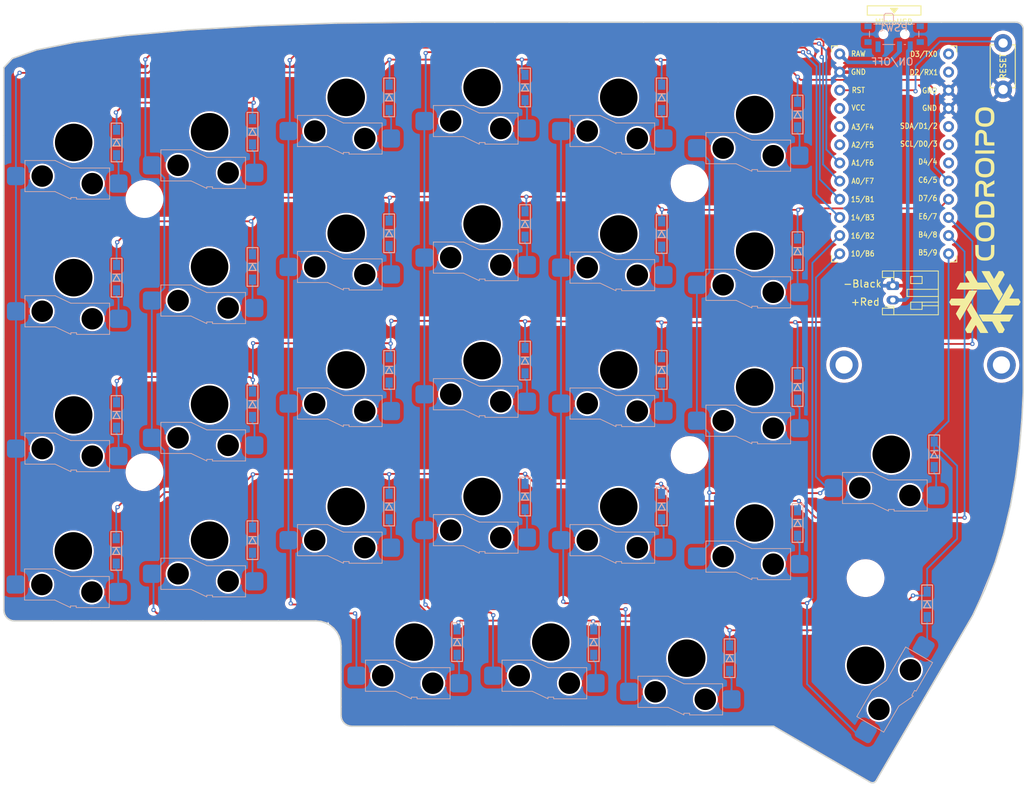
<source format=kicad_pcb>
(kicad_pcb (version 20221018) (generator pcbnew)
  (layers (0 "F.Cu" signal) (31 "B.Cu" signal) (34 "B.Paste" user) (35 "F.Paste" user) (36 "B.SilkS" user "B.Silkscreen") (37 "F.SilkS" user "F.Silkscreen") (38 "B.Mask" user) (39 "F.Mask" user) (44 "Edge.Cuts" user))
  (net 0 "")
  (net 1 "Net-(D1-A)")
  (net 2 "row4")
  (net 3 "Net-(D2-A)")
  (net 4 "Net-(D3-A)")
  (net 5 "row0")
  (net 6 "Net-(D4-A)")
  (net 7 "row1")
  (net 8 "Net-(D5-A)")
  (net 9 "row2")
  (net 10 "Net-(D6-A)")
  (net 11 "row3")
  (net 12 "Net-(D7-A)")
  (net 13 "Net-(D8-A)")
  (net 14 "Net-(D9-A)")
  (net 15 "Net-(D10-A)")
  (net 16 "Net-(D11-A)")
  (net 17 "Net-(D12-A)")
  (net 18 "Net-(D13-A)")
  (net 19 "Net-(D14-A)")
  (net 20 "Net-(D15-A)")
  (net 21 "Net-(D16-A)")
  (net 22 "Net-(D17-A)")
  (net 23 "Net-(D18-A)")
  (net 24 "Net-(D19-A)")
  (net 25 "Net-(D20-A)")
  (net 26 "Net-(D21-A)")
  (net 27 "Net-(D22-A)")
  (net 28 "Net-(D23-A)")
  (net 29 "Net-(D24-A)")
  (net 30 "Net-(D25-A)")
  (net 31 "Net-(D26-A)")
  (net 32 "Net-(D27-A)")
  (net 33 "Net-(D28-A)")
  (net 34 "VCC")
  (net 35 "GND")
  (net 36 "col0")
  (net 37 "col1")
  (net 38 "col2")
  (net 39 "col3")
  (net 40 "col4")
  (net 41 "col5")
  (net 42 "SDA")
  (net 43 "SCL")
  (net 44 "RESET")
  (net 45 "Net-(D29-A)")
  (net 46 "DATA")
  (net 48 "+BATT")
  (net 52 "raw")
  (net 53 "CS")
  (footprint "kbd:ProMicro_v3" (layer "F.Cu") (at 151.1381 56)
    (fp_text reference "U1" hide)
    (fp_text value "ProMicro" hide)
  )
  (footprint "Lily58-footprint:TACT_SWITCH_TVBP06" (layer "F.Cu") (at 166.37 43.255 90)
    (fp_text reference "RSW1" hide)
    (fp_text value "SW_RST" hide)
  )
  (footprint "beekeeb-lib:SW_Gateron_LowProfile_HotSwap" (layer "F.Cu") (at 131.6381 50)
    (fp_text reference "SW1" hide)
    (fp_text value "SW_PUSH" hide)
  )
  (footprint "beekeeb-lib:SW_Gateron_LowProfile_HotSwap" (layer "F.Cu") (at 112.6381 47.6)
    (fp_text reference "SW2" hide)
    (fp_text value "SW_PUSH" hide)
  )
  (footprint "beekeeb-lib:SW_Gateron_LowProfile_HotSwap" (layer "F.Cu") (at 93.5381 46.21)
    (fp_text reference "SW3" hide)
    (fp_text value "SW_PUSH" hide)
  )
  (footprint "beekeeb-lib:SW_Gateron_LowProfile_HotSwap" (layer "F.Cu") (at 74.5381 47.6)
    (fp_text reference "SW4" hide)
    (fp_text value "SW_PUSH" hide)
  )
  (footprint "beekeeb-lib:SW_Gateron_LowProfile_HotSwap" (layer "F.Cu") (at 55.4381 52.4)
    (fp_text reference "SW5" hide)
    (fp_text value "SW_PUSH" hide)
  )
  (footprint "beekeeb-lib:SW_Gateron_LowProfile_HotSwap" (layer "F.Cu") (at 36.4381 53.9)
    (fp_text reference "SW6" hide)
    (fp_text value "SW_PUSH" hide)
  )
  (footprint "beekeeb-lib:SW_Gateron_LowProfile_HotSwap" (layer "F.Cu") (at 131.6381 69.1)
    (fp_text reference "SW7" hide)
    (fp_text value "SW_PUSH" hide)
  )
  (footprint "beekeeb-lib:SW_Gateron_LowProfile_HotSwap" (layer "F.Cu") (at 112.6381 66.7)
    (fp_text reference "SW8" hide)
    (fp_text value "SW_PUSH" hide)
  )
  (footprint "beekeeb-lib:SW_Gateron_LowProfile_HotSwap" (layer "F.Cu") (at 93.5381 65.3)
    (fp_text reference "SW9" hide)
    (fp_text value "SW_PUSH" hide)
  )
  (footprint "beekeeb-lib:SW_Gateron_LowProfile_HotSwap" (layer "F.Cu") (at 74.5381 66.6)
    (fp_text reference "SW10" hide)
    (fp_text value "SW_PUSH" hide)
  )
  (footprint "beekeeb-lib:SW_Gateron_LowProfile_HotSwap" (layer "F.Cu") (at 55.4381 71.3)
    (fp_text reference "SW11" hide)
    (fp_text value "SW_PUSH" hide)
  )
  (footprint "beekeeb-lib:SW_Gateron_LowProfile_HotSwap" (layer "F.Cu") (at 36.4381 72.8)
    (fp_text reference "SW12" hide)
    (fp_text value "SW_PUSH" hide)
  )
  (footprint "beekeeb-lib:SW_Gateron_LowProfile_HotSwap" (layer "F.Cu") (at 131.6381 88.1)
    (fp_text reference "SW13" hide)
    (fp_text value "SW_PUSH" hide)
  )
  (footprint "beekeeb-lib:SW_Gateron_LowProfile_HotSwap" (layer "F.Cu") (at 112.6381 85.7)
    (fp_text reference "SW14" hide)
    (fp_text value "SW_PUSH" hide)
  )
  (footprint "beekeeb-lib:SW_Gateron_LowProfile_HotSwap" (layer "F.Cu") (at 93.5381 84.4)
    (fp_text reference "SW15" hide)
    (fp_text value "SW_PUSH" hide)
  )
  (footprint "beekeeb-lib:SW_Gateron_LowProfile_HotSwap" (layer "F.Cu") (at 74.5381 85.7)
    (fp_text reference "SW16" hide)
    (fp_text value "SW_PUSH" hide)
  )
  (footprint "beekeeb-lib:SW_Gateron_LowProfile_HotSwap" (layer "F.Cu") (at 55.4381 90.5)
    (fp_text reference "SW17" hide)
    (fp_text value "SW_PUSH" hide)
  )
  (footprint "beekeeb-lib:SW_Gateron_LowProfile_HotSwap" (layer "F.Cu") (at 36.4381 92)
    (fp_text reference "SW18" hide)
    (fp_text value "SW_PUSH" hide)
  )
  (footprint "beekeeb-lib:SW_Gateron_LowProfile_HotSwap" (layer "F.Cu") (at 131.6381 107.1)
    (fp_text reference "SW19" hide)
    (fp_text value "SW_PUSH" hide)
  )
  (footprint "beekeeb-lib:SW_Gateron_LowProfile_HotSwap" (layer "F.Cu") (at 112.6381 104.8)
    (fp_text reference "SW20" hide)
    (fp_text value "SW_PUSH" hide)
  )
  (footprint "beekeeb-lib:SW_Gateron_LowProfile_HotSwap" (layer "F.Cu") (at 93.5381 103.4)
    (fp_text reference "SW21" hide)
    (fp_text value "SW_PUSH" hide)
  )
  (footprint "beekeeb-lib:SW_Gateron_LowProfile_HotSwap" (layer "F.Cu") (at 74.5381 104.8)
    (fp_text reference "SW22" hide)
    (fp_text value "SW_PUSH" hide)
  )
  (footprint "beekeeb-lib:SW_Gateron_LowProfile_HotSwap" (layer "F.Cu") (at 55.4381 109.5)
    (fp_text reference "SW23" hide)
    (fp_text value "SW_PUSH" hide)
  )
  (footprint "beekeeb-lib:SW_Gateron_LowProfile_HotSwap" (layer "F.Cu") (at 36.3881 111)
    (fp_text reference "SW24" hide)
    (fp_text value "SW_PUSH" hide)
  )
  (footprint "beekeeb-lib:SW_Gateron_LowProfile_HotSwap" (layer "F.Cu") (at 150.7381 97.5)
    (fp_text reference "SW25" hide)
    (fp_text value "SW_PUSH" hide)
  )
  (footprint "beekeeb-lib:SW_Gateron_LowProfile_HotSwap" (layer "F.Cu") (at 147.1381 127 60)
    (fp_text reference "SW26" hide)
    (fp_text value "SW_PUSH" hide)
  )
  (footprint "beekeeb-lib:SW_Gateron_LowProfile_HotSwap" (layer "F.Cu") (at 122.1381 126)
    (fp_text reference "SW27" hide)
    (fp_text value "SW_PUSH" hide)
  )
  (footprint "beekeeb-lib:SW_Gateron_LowProfile_HotSwap" (layer "F.Cu") (at 103.1381 123.75)
    (fp_text reference "SW28" hide)
    (fp_text value "SW_PUSH" hide)
  )
  (footprint "beekeeb-lib:SW_Gateron_LowProfile_HotSwap" (layer "F.Cu") (at 84.0381 123.75)
    (fp_text reference "SW29" hide)
    (fp_text value "SW_PUSH" hide)
  )
  (footprint "LOGO" (layer "F.Cu") (at 163.83 76.2)
    (fp_text reference "G***" hide)
    (fp_text value "LOGO" hide)
  )
  (footprint "beekeeb-lib:JST_PH_S2B-PH-K_1x02_P2.00mm_Horizontal" (layer "F.Cu") (at 150.9522 75.93 90)
    (fp_text reference "BATJ1" hide)
    (fp_text value "Conn_01x02_Female")
  )
  (footprint "LOGO" (layer "F.Cu") (at 163.83 59.69 90)
    (fp_text reference "G***" hide)
    (fp_text value "LOGO" hide)
  )
  (footprint "Lily58-footprint:HOLE_M2_TH" (layer "B.Cu") (at 122.5381 59.6 180)
    (fp_text reference "TH3" hide)
    (fp_text value "HOLE" hide)
  )
  (footprint "Lily58-footprint:HOLE_M2_TH" (layer "B.Cu") (at 46.3381 61.8 180)
    (fp_text reference "TH4" hide)
    (fp_text value "HOLE" hide)
  )
  (footprint "Lily58-footprint:HOLE_M2_TH" (layer "B.Cu") (at 122.5381 97.6 180)
    (fp_text reference "TH5" hide)
    (fp_text value "HOLE" hide)
  )
  (footprint "Lily58-footprint:HOLE_M2_TH" (layer "B.Cu") (at 46.3381 100 180)
    (fp_text reference "TH6" hide)
    (fp_text value "HOLE" hide)
  )
  (footprint "Lily58-footprint:HOLE_M2_TH" (layer "B.Cu") (at 147.1381 114.8 90)
    (fp_text reference "TH7" hide)
    (fp_text value "HOLE" hide)
  )
  (footprint "kbd:D3_SMD_v2" (layer "B.Cu") (at 137.6381 50 -90)
    (fp_text reference "D1" hide)
    (fp_text value "D" hide)
  )
  (footprint "kbd:D3_SMD_v2" (layer "B.Cu") (at 118.6381 47.6 -90)
    (fp_text reference "D2" hide)
    (fp_text value "D" hide)
  )
  (footprint "kbd:D3_SMD_v2" (layer "B.Cu") (at 99.5381 46.21 -90)
    (fp_text reference "D3" hide)
    (fp_text value "D" hide)
  )
  (footprint "kbd:D3_SMD_v2" (layer "B.Cu") (at 80.5381 47.6 -90)
    (fp_text reference "D4" hide)
    (fp_text value "D" hide)
  )
  (footprint "kbd:D3_SMD_v2" (layer "B.Cu") (at 61.4381 52.4 -90)
    (fp_text reference "D5" hide)
    (fp_text value "D" hide)
  )
  (footprint "kbd:D3_SMD_v2" (layer "B.Cu") (at 42.4381 53.9 -90)
    (fp_text reference "D6" hide)
    (fp_text value "D" hide)
  )
  (footprint "kbd:D3_SMD_v2" (layer "B.Cu") (at 137.6381 69.1 -90)
    (fp_text reference "D7" hide)
    (fp_text value "D" hide)
  )
  (footprint "kbd:D3_SMD_v2" (layer "B.Cu") (at 118.6381 66.7 -90)
    (fp_text reference "D8" hide)
    (fp_text value "D" hide)
  )
  (footprint "kbd:D3_SMD_v2" (layer "B.Cu") (at 99.5381 65.3 -90)
    (fp_text reference "D9" hide)
    (fp_text value "D" hide)
  )
  (footprint "kbd:D3_SMD_v2" (layer "B.Cu") (at 80.5381 66.6 -90)
    (fp_text reference "D10" hide)
    (fp_text value "D" hide)
  )
  (footprint "kbd:D3_SMD_v2" (layer "B.Cu") (at 61.4381 71.3 -90)
    (fp_text reference "D11" hide)
    (fp_text value "D" hide)
  )
  (footprint "kbd:D3_SMD_v2" (layer "B.Cu") (at 42.4381 72.8 -90)
    (fp_text reference "D12" hide)
    (fp_text value "D" hide)
  )
  (footprint "kbd:D3_SMD_v2" (layer "B.Cu") (at 137.6381 88.1 -90)
    (fp_text reference "D13" hide)
    (fp_text value "D" hide)
  )
  (footprint "kbd:D3_SMD_v2" (layer "B.Cu") (at 118.6381 85.7 -90)
    (fp_text reference "D14" hide)
    (fp_text value "D" hide)
  )
  (footprint "kbd:D3_SMD_v2" (layer "B.Cu") (at 99.5381 84.4 -90)
    (fp_text reference "D15" hide)
    (fp_text value "D" hide)
  )
  (footprint "kbd:D3_SMD_v2" (layer "B.Cu") (at 80.5381 85.7 -90)
    (fp_text reference "D16" hide)
    (fp_text value "D" hide)
  )
  (footprint "kbd:D3_SMD_v2" (layer "B.Cu") (at 61.4381 90.5 -90)
    (fp_text reference "D17" hide)
    (fp_text value "D" hide)
  )
  (footprint "kbd:D3_SMD_v2" (layer "B.Cu") (at 42.4381 92 -90)
    (fp_text reference "D18" hide)
    (fp_text value "D" hide)
  )
  (footprint "kbd:D3_SMD_v2" (layer "B.Cu") (at 137.6381 107.1 -90)
    (fp_text reference "D19" hide)
    (fp_text value "D" hide)
  )
  (footprint "kbd:D3_SMD_v2" (layer "B.Cu") (at 118.6381 104.8 -90)
    (fp_text reference "D20" hide)
    (fp_text value "D" hide)
  )
  (footprint "kbd:D3_SMD_v2" (layer "B.Cu") (at 99.5381 103.4 -90)
    (fp_text reference "D21" hide)
    (fp_text value "D" hide)
  )
  (footprint "kbd:D3_SMD_v2" (layer "B.Cu") (at 80.5381 104.8 -90)
    (fp_text reference "D22" hide)
    (fp_text value "D" hide)
  )
  (footprint "kbd:D3_SMD_v2" (layer "B.Cu") (at 61.4381 109.5 -90)
    (fp_text reference "D23" hide)
    (fp_text value "D" hide)
  )
  (footprint "kbd:D3_SMD_v2" (layer "B.Cu") (at 42.3881 111 -90)
    (fp_text reference "D24" hide)
    (fp_text value "D" hide)
  )
  (footprint "kbd:D3_SMD_v2" (layer "B.Cu") (at 156.7381 97.5 -90)
    (fp_text reference "D25" hide)
    (fp_text value "D" hide)
  )
  (footprint "kbd:D3_SMD_v2" (layer "B.Cu") (at 155.7528 118.4656 -90)
    (fp_text reference "D26" hide)
    (fp_text value "D" hide)
  )
  (footprint "kbd:D3_SMD_v2" (layer "B.Cu") (at 128.1381 126 -90)
    (fp_text reference "D27" hide)
    (fp_text value "D" hide)
  )
  (footprint "kbd:D3_SMD_v2" (layer "B.Cu") (at 109.1381 123.75 -90)
    (fp_text reference "D28" hide)
    (fp_text value "D" hide)
  )
  (footprint "kbd:D3_SMD_v2" (layer "B.Cu") (at 90.0381 123.75 -90)
    (fp_text reference "D29" hide)
    (fp_text value "D" hide)
  )
  (footprint "Lily58-footprint:M2_HOLE_PCB" (layer "B.Cu") (at 166.1381 85 180)
    (fp_text reference "TH1" hide)
    (fp_text value "HOLE")
  )
  (footprint "Lily58-footprint:M2_HOLE_PCB" (layer "B.Cu") (at 144.1381 85 180)
    (fp_text reference "TH2" hide)
    (fp_text value "HOLE")
  )
  (footprint "Button_Switch_SMD:SW_SPDT_PCM12" (layer "B.Cu") (at 151.1381 39.083)
    (fp_text reference "PSW1")
    (fp_text value "SW_SPST")
  )
  (gr_line (start 168.149916 37.086762) (end 157.742082 37.086762) (stroke (width 0.2)) (layer "Edge.Cuts"))
  (gr_line (start 28.178127 120.789735) (end 27.875631 120.759288) (stroke (width 0.2)) (layer "Edge.Cuts"))
  (gr_line (start 140.97859 139.391201) (end 142.654285 140.36134) (stroke (width 0.2)) (layer "Edge.Cuts"))
  (gr_line (start 168.149916 37.086762) (end 168.361664 37.108075) (stroke (width 0.2)) (layer "Edge.Cuts"))
  (gr_line (start 73.818778 132.816013) (end 73.818778 131.597973) (stroke (width 0.2)) (layer "Edge.Cuts"))
  (gr_line (start 139.302896 138.421062) (end 140.97859 139.391201) (stroke (width 0.2)) (layer "Edge.Cuts"))
  (gr_line (start 73.818778 127.943854) (end 73.818778 126.725814) (stroke (width 0.2)) (layer "Edge.Cuts"))
  (gr_line (start 160.469563 122.854742) (end 162.145257 119.988423) (stroke (width 0.2)) (layer "Edge.Cuts"))
  (gr_line (start 59.783615 120.789735) (end 65.051197 120.789735) (stroke (width 0.2)) (layer "Edge.Cuts"))
  (gr_line (start 168.737189 37.265961) (end 168.892556 37.394123) (stroke (width 0.2)) (layer "Edge.Cuts"))
  (gr_line (start 49.248453 120.789735) (end 54.516034 120.789735) (stroke (width 0.2)) (layer "Edge.Cuts"))
  (gr_line (start 73.148563 37.215654) (end 62.218588 37.585374) (stroke (width 0.2)) (layer "Edge.Cuts"))
  (gr_line (start 147.681368 143.271756) (end 147.849262 143.357278) (stroke (width 0.2)) (layer "Edge.Cuts"))
  (gr_line (start 169.200598 75.978362) (end 169.200598 82.285296) (stroke (width 0.2)) (layer "Edge.Cuts"))
  (gr_line (start 116.110747 37.086762) (end 105.702913 37.086762) (stroke (width 0.2)) (layer "Edge.Cuts"))
  (gr_line (start 70.318778 120.789735) (end 71.024602 120.860778) (stroke (width 0.2)) (layer "Edge.Cuts"))
  (gr_line (start 147.849262 143.357278) (end 148.00792 143.404468) (stroke (width 0.2)) (layer "Edge.Cuts"))
  (gr_line (start 27.859655 42.15619) (end 26.678126 43.436755) (stroke (width 0.2)) (layer "Edge.Cuts"))
  (gr_line (start 71.024602 120.860778) (end 71.6818 121.064561) (stroke (width 0.2)) (layer "Edge.Cuts"))
  (gr_line (start 71.6818 121.064561) (end 72.276353 121.387065) (stroke (width 0.2)) (layer "Edge.Cuts"))
  (gr_line (start 144.329979 141.331479) (end 146.005674 142.301617) (stroke (width 0.2)) (layer "Edge.Cuts"))
  (gr_line (start 126.905431 135.511658) (end 134.274953 135.511658) (stroke (width 0.2)) (layer "Edge.Cuts"))
  (gr_line (start 168.892556 37.394123) (end 169.020717 37.549489) (stroke (width 0.2)) (layer "Edge.Cuts"))
  (gr_line (start 27.339166 120.533736) (end 27.117214 120.350648) (stroke (width 0.2)) (layer "Edge.Cuts"))
  (gr_line (start 73.849225 134.314154) (end 73.818778 134.011658) (stroke (width 0.2)) (layer "Edge.Cuts"))
  (gr_line (start 168.361664 37.108075) (end 168.558823 37.16921) (stroke (width 0.2)) (layer "Edge.Cuts"))
  (gr_line (start 97.427344 135.511658) (end 104.796866 135.511658) (stroke (width 0.2)) (layer "Edge.Cuts"))
  (gr_line (start 33.445708 120.789735) (end 38.71329 120.789735) (stroke (width 0.2)) (layer "Edge.Cuts"))
  (gr_line (start 26.678126 119.289735) (end 26.678126 109.808112) (stroke (width 0.2)) (layer "Edge.Cuts"))
  (gr_line (start 27.875631 120.759288) (end 27.593974 120.671952) (stroke (width 0.2)) (layer "Edge.Cuts"))
  (gr_line (start 158.793868 125.721062) (end 160.469563 122.854742) (stroke (width 0.2)) (layer "Edge.Cuts"))
  (gr_line (start 26.708574 119.592231) (end 26.678127 119.289735) (stroke (width 0.2)) (layer "Edge.Cuts"))
  (gr_line (start 31.248807 40.963847) (end 27.859655 42.15619) (stroke (width 0.2)) (layer "Edge.Cuts"))
  (gr_line (start 26.678126 62.4) (end 26.678126 52.918378) (stroke (width 0.2)) (layer "Edge.Cuts"))
  (gr_line (start 75.016282 135.481211) (end 74.734626 135.393876) (stroke (width 0.2)) (layer "Edge.Cuts"))
  (gr_line (start 169.200598 38.136762) (end 169.200598 44.443695) (stroke (width 0.2)) (layer "Edge.Cuts"))
  (gr_line (start 136.926415 37.086762) (end 126.518581 37.086762) (stroke (width 0.2)) (layer "Edge.Cuts"))
  (gr_line (start 73.936561 134.59581) (end 73.849225 134.314154) (stroke (width 0.2)) (layer "Edge.Cuts"))
  (gr_line (start 95.295079 37.086762) (end 84.887245 37.086762) (stroke (width 0.2)) (layer "Edge.Cuts"))
  (gr_line (start 74.479818 135.25566) (end 74.257865 135.072571) (stroke (width 0.2)) (layer "Edge.Cuts"))
  (gr_line (start 75.318778 135.511658) (end 82.6883 135.511658) (stroke (width 0.2)) (layer "Edge.Cuts"))
  (gr_line (start 126.518581 37.086762) (end 116.110747 37.086762) (stroke (width 0.2)) (layer "Edge.Cuts"))
  (gr_line (start 105.702913 37.086762) (end 95.295079 37.086762) (stroke (width 0.2)) (layer "Edge.Cuts"))
  (gr_line (start 74.074777 134.850619) (end 73.936561 134.59581) (stroke (width 0.2)) (layer "Edge.Cuts"))
  (gr_line (start 142.654285 140.36134) (end 144.329979 141.331479) (stroke (width 0.2)) (layer "Edge.Cuts"))
  (gr_line (start 168.117154 100.690825) (end 168.647829 96.657663) (stroke (width 0.2)) (layer "Edge.Cuts"))
  (gr_line (start 43.717368 38.945561) (end 36.612429 39.885159) (stroke (width 0.2)) (layer "Edge.Cuts"))
  (gr_line (start 135.951507 136.480784) (end 137.627201 137.450923) (stroke (width 0.2)) (layer "Edge.Cuts"))
  (gr_line (start 169.200598 57.057562) (end 169.200598 63.364495) (stroke (width 0.2)) (layer "Edge.Cuts"))
  (gr_line (start 65.051197 120.789735) (end 70.318778 120.789735) (stroke (width 0.2)) (layer "Edge.Cuts"))
  (gr_line (start 73.818778 134.011658) (end 73.818778 132.816013) (stroke (width 0.2)) (layer "Edge.Cuts"))
  (gr_line (start 26.678126 52.918378) (end 26.678126 43.436755) (stroke (width 0.2)) (layer "Edge.Cuts"))
  (gr_line (start 147.334249 37.086762) (end 136.926415 37.086762) (stroke (width 0.2)) (layer "Edge.Cuts"))
  (gr_line (start 26.678126 81.363245) (end 26.678126 71.881623) (stroke (width 0.2)) (layer "Edge.Cuts"))
  (gr_line (start 137.627201 137.450923) (end 139.302896 138.421062) (stroke (width 0.2)) (layer "Edge.Cuts"))
  (gr_line (start 72.794242 121.814271) (end 73.221448 122.33216) (stroke (width 0.2)) (layer "Edge.Cuts"))
  (gr_line (start 169.200598 69.671429) (end 169.200598 75.978362) (stroke (width 0.2)) (layer "Edge.Cuts"))
  (gr_line (start 26.795909 119.873887) (end 26.708574 119.592231) (stroke (width 0.2)) (layer "Edge.Cuts"))
  (gr_line (start 169.020717 37.549489) (end 169.117469 37.727855) (stroke (width 0.2)) (layer "Edge.Cuts"))
  (gr_line (start 155.442479 131.453701) (end 157.118174 128.587381) (stroke (width 0.2)) (layer "Edge.Cuts"))
  (gr_line (start 152.09109 137.18634) (end 153.766785 134.32002) (stroke (width 0.2)) (layer "Edge.Cuts"))
  (gr_line (start 157.742082 37.086762) (end 147.334249 37.086762) (stroke (width 0.2)) (layer "Edge.Cuts"))
  (gr_line (start 104.796866 135.511658) (end 112.166388 135.511658) (stroke (width 0.2)) (layer "Edge.Cuts"))
  (gr_line (start 73.543952 122.926713) (end 73.747735 123.583911) (stroke (width 0.2)) (layer "Edge.Cuts"))
  (gr_line (start 26.678126 71.881623) (end 26.678126 62.4) (stroke (width 0.2)) (layer "Edge.Cuts"))
  (gr_line (start 74.257865 135.072571) (end 74.074777 134.850619) (stroke (width 0.2)) (layer "Edge.Cuts"))
  (gr_line (start 157.118174 128.587381) (end 158.793868 125.721062) (stroke (width 0.2)) (layer "Edge.Cuts"))
  (gr_line (start 73.818778 125.507775) (end 73.818778 124.289735) (stroke (width 0.2)) (layer "Edge.Cuts"))
  (gr_line (start 166.450122 108.649127) (end 167.391043 104.695246) (stroke (width 0.2)) (layer "Edge.Cuts"))
  (gr_line (start 27.593974 120.671952) (end 27.339166 120.533736) (stroke (width 0.2)) (layer "Edge.Cuts"))
  (gr_line (start 43.980871 120.789735) (end 49.248453 120.789735) (stroke (width 0.2)) (layer "Edge.Cuts"))
  (gr_line (start 73.818778 130.379933) (end 73.818778 129.161894) (stroke (width 0.2)) (layer "Edge.Cuts"))
  (gr_line (start 148.156874 143.413974) (end 148.295656 143.386445) (stroke (width 0.2)) (layer "Edge.Cuts"))
  (gr_line (start 52.330472 38.170488) (end 43.717368 38.945561) (stroke (width 0.2)) (layer "Edge.Cuts"))
  (gr_line (start 27.117214 120.350648) (end 26.934125 120.128696) (stroke (width 0.2)) (layer "Edge.Cuts"))
  (gr_line (start 148.540831 143.222884) (end 148.646289 143.08815) (stroke (width 0.2)) (layer "Edge.Cuts"))
  (gr_line (start 168.558823 37.16921) (end 168.737189 37.265961) (stroke (width 0.2)) (layer "Edge.Cuts"))
  (gr_line (start 82.6883 135.511658) (end 90.057822 135.511658) (stroke (width 0.2)) (layer "Edge.Cuts"))
  (gr_line (start 146.005674 142.301617) (end 147.681368 143.271756) (stroke (width 0.2)) (layer "Edge.Cuts"))
  (gr_line (start 62.218588 37.585374) (end 52.330472 38.170488) (stroke (width 0.2)) (layer "Edge.Cuts"))
  (gr_line (start 26.934125 120.128696) (end 26.795909 119.873887) (stroke (width 0.2)) (layer "Edge.Cuts"))
  (gr_line (start 167.391043 104.695246) (end 168.117154 100.690825) (stroke (width 0.2)) (layer "Edge.Cuts"))
  (gr_line (start 28.178127 120.789735) (end 33.445708 120.789735) (stroke (width 0.2)) (layer "Edge.Cuts"))
  (gr_line (start 150.415396 140.052659) (end 152.09109 137.18634) (stroke (width 0.2)) (layer "Edge.Cuts"))
  (gr_line (start 134.275813 135.510645) (end 135.951507 136.480784) (stroke (width 0.2)) (layer "Edge.Cuts"))
  (gr_line (start 36.612429 39.885159) (end 31.248807 40.963847) (stroke (width 0.2)) (layer "Edge.Cuts"))
  (gr_line (start 153.766785 134.32002) (end 155.442479 131.453701) (stroke (width 0.2)) (layer "Edge.Cuts"))
  (gr_line (start 26.678126 90.844867) (end 26.678126 81.363245) (stroke (width 0.2)) (layer "Edge.Cuts"))
  (gr_line (start 73.818778 126.725814) (end 73.818778 125.507775) (stroke (width 0.2)) (layer "Edge.Cuts"))
  (gr_line (start 169.117469 37.727855) (end 169.178603 37.925015) (stroke (width 0.2)) (layer "Edge.Cuts"))
  (gr_line (start 165.275021 112.53067) (end 166.450122 108.649127) (stroke (width 0.2)) (layer "Edge.Cuts"))
  (gr_line (start 73.221448 122.33216) (end 73.543952 122.926713) (stroke (width 0.2)) (layer "Edge.Cuts"))
  (gr_line (start 54.516034 120.789735) (end 59.783615 120.789735) (stroke (width 0.2)) (layer "Edge.Cuts"))
  (gr_line (start 148.646289 143.08815) (end 148.739701 142.918979) (stroke (width 0.2)) (layer "Edge.Cuts"))
  (gr_line (start 169.178603 37.925015) (end 169.199916 38.136762) (stroke (width 0.2)) (layer "Edge.Cuts"))
  (gr_line (start 162.144793 119.98954) (end 163.846368 116.318073) (stroke (width 0.2)) (layer "Edge.Cuts"))
  (gr_line (start 168.647829 96.657663) (end 169.002436 92.617561) (stroke (width 0.2)) (layer "Edge.Cuts"))
  (gr_line (start 73.747735 123.583911) (end 73.818778 124.289735) (stroke (width 0.2)) (layer "Edge.Cuts"))
  (gr_line (start 74.734626 135.393876) (end 74.479818 135.25566) (stroke (width 0.2)) (layer "Edge.Cuts"))
  (gr_line (start 169.200598 63.364495) (end 169.200598 69.671429) (stroke (width 0.2)) (layer "Edge.Cuts"))
  (gr_line (start 169.200598 50.750629) (end 169.200598 57.057562) (stroke (width 0.2)) (layer "Edge.Cuts"))
  (gr_line (start 148.739701 142.918979) (end 150.415396 140.052659) (stroke (width 0.2)) (layer "Edge.Cuts"))
  (gr_line (start 148.423798 143.322532) (end 148.540831 143.222884) (stroke (width 0.2)) (layer "Edge.Cuts"))
  (gr_line (start 73.818778 129.161894) (end 73.818778 127.943854) (stroke (width 0.2)) (layer "Edge.Cuts"))
  (gr_line (start 26.678126 109.808112) (end 26.678126 100.32649) (stroke (width 0.2)) (layer "Edge.Cuts"))
  (gr_line (start 169.200598 82.285296) (end 169.200598 88.592229) (stroke (width 0.2)) (layer "Edge.Cuts"))
  (gr_line (start 73.818778 131.597973) (end 73.818778 130.379933) (stroke (width 0.2)) (layer "Edge.Cuts"))
  (gr_line (start 148.295656 143.386445) (end 148.423798 143.322532) (stroke (width 0.2)) (layer "Edge.Cuts"))
  (gr_line (start 84.887245 37.086762) (end 73.148563 37.215654) (stroke (width 0.2)) (layer "Edge.Cuts"))
  (gr_line (start 169.200598 44.443695) (end 169.200598 50.750629) (stroke (width 0.2)) (layer "Edge.Cuts"))
  (gr_line (start 72.276353 121.387065) (end 72.794242 121.814271) (stroke (width 0.2)) (layer "Edge.Cuts"))
  (gr_line (start 38.71329 120.789735) (end 43.980871 120.789735) (stroke (width 0.2)) (layer "Edge.Cuts"))
  (gr_line (start 112.166388 135.511658) (end 119.535909 135.511658) (stroke (width 0.2)) (layer "Edge.Cuts"))
  (gr_line (start 90.057822 135.511658) (end 97.427344 135.511658) (stroke (width 0.2)) (layer "Edge.Cuts"))
  (gr_line (start 119.535909 135.511658) (end 126.905431 135.511658) (stroke (width 0.2)) (layer "Edge.Cuts"))
  (gr_line (start 26.678126 100.32649) (end 26.678126 90.844867) (stroke (width 0.2)) (layer "Edge.Cuts"))
  (gr_line (start 75.318778 135.511658) (end 75.016282 135.481211) (stroke (width 0.2)) (layer "Edge.Cuts"))
  (gr_line (start 169.002436 92.617561) (end 169.200349 88.592317) (stroke (width 0.2)) (layer "Edge.Cuts"))
  (gr_line (start 148.00792 143.404468) (end 148.156874 143.413974) (stroke (width 0.2)) (layer "Edge.Cuts"))
  (gr_line (start 163.846368 116.318073) (end 165.275021 112.53067) (stroke (width 0.2)) (layer "Edge.Cuts"))
  (gr_text "ON/OFF" (at 153.924 42.6212) (layer "B.SilkS") (effects (font (size 1 1)) (justify left mirror)))
  (gr_text "-Black" (at 143.9418 73.66) (layer "F.SilkS") (effects (font (size 1 1)) (justify left)))
  (gr_text "+Red" (at 145.0086 76.2) (layer "F.SilkS") (effects (font (size 1 1)) (justify left)))
  (segment (start 137.6381 52.1133) (end 137.6381 51.6) (width 0.25) (layer "B.Cu") (net 1))
  (segment (start 137.638 51.6) (end 137.638 52.1134) (width 0.25) (layer "B.Cu") (net 1))
  (segment (start 137.638 52.1134) (end 137.638 52.6269) (width 0.25) (layer "B.Cu") (net 1))
  (segment (start 137.638 52.6269) (end 137.913 52.9019) (width 0.25) (layer "B.Cu") (net 1))
  (segment (start 137.913 54.3259) (end 137.9131 54.326) (width 0.25) (layer "B.Cu") (net 1))
  (segment (start 137.913 52.9019) (end 137.913 54.3259) (width 0.25) (layer "B.Cu") (net 1))
  (segment (start 137.913 54.3259) (end 137.913 55.75) (width 0.25) (layer "B.Cu") (net 1))
  (segment (start 137.638 52.1134) (end 137.6381 52.1133) (width 0.25) (layer "B.Cu") (net 1))
  (segment (start 137.9131 54.326) (end 137.9131 55.75) (width 0.25) (layer "B.Cu") (net 1))
  (segment (start 90.4764 120.75) (end 90.2208 121.006) (width 0.25) (layer "F.Cu") (net 2))
  (segment (start 108.964 120.75) (end 90.4764 120.75) (width 0.25) (layer "F.Cu") (net 2))
  (segment (start 109.068 120.853) (end 108.964 120.75) (width 0.25) (layer "F.Cu") (net 2))
  (segment (start 148.92 122.098) (end 128.143 122.098) (width 0.25) (layer "F.Cu") (net 2))
  (segment (start 153.7716 117.2464) (end 148.92 122.098) (width 0.25) (layer "F.Cu") (net 2))
  (segment (start 126.898 120.853) (end 128.143 122.098) (width 0.25) (layer "F.Cu") (net 2))
  (segment (start 109.068 120.853) (end 126.898 120.853) (width 0.25) (layer "F.Cu") (net 2))
  (via (at 153.7716 117.2464) (size 0.6) (drill 0.3) (layers "F.Cu" "B.Cu") (net 2))
  (via (at 128.143 122.098) (size 0.6) (drill 0.3) (layers "F.Cu" "B.Cu") (net 2))
  (via (at 109.068 120.853) (size 0.6) (drill 0.3) (layers "F.Cu" "B.Cu") (net 2))
  (via (at 90.2208 121.006) (size 0.6) (drill 0.3) (layers "F.Cu" "B.Cu") (net 2))
  (segment (start 158.7495 92.8617) (end 156.7381 94.8731) (width 0.25) (layer "B.Cu") (net 2))
  (segment (start 155.372 117.2464) (end 155.7528 116.8656) (width 0.25) (layer "B.Cu") (net 2))
  (segment (start 155.7528 116.8656) (end 155.7528 113.4872) (width 0.25) (layer "B.Cu") (net 2))
  (segment (start 153.7716 117.2464) (end 155.372 117.2464) (width 0.25) (layer "B.Cu") (net 2))
  (segment (start 128.143 124.395) (end 128.1381 124.3999) (width 0.25) (layer "B.Cu") (net 2))
  (segment (start 109.1381 122.15) (end 109.138 122.15) (width 0.25) (layer "B.Cu") (net 2))
  (segment (start 156.7381 95.9) (end 156.7381 94.8731) (width 0.25) (layer "B.Cu") (net 2))
  (segment (start 159.944 99.1057) (end 157.765 96.9269) (width 0.25) (layer "B.Cu") (net 2))
  (segment (start 159.944 109.296) (end 159.944 99.1057) (width 0.25) (layer "B.Cu") (net 2))
  (segment (start 155.7528 113.4872) (end 156.5275 112.7125) (width 0.25) (layer "B.Cu") (net 2))
  (segment (start 156.7381 95.9) (end 156.738 95.9) (width 0.25) (layer "B.Cu") (net 2))
  (segment (start 128.1381 124.3999) (end 128.138 124.4) (width 0.25) (layer "B.Cu") (net 2))
  (segment (start 156.5275 112.7125) (end 159.944 109.296) (width 0.25) (layer "B.Cu") (net 2))
  (segment (start 156.738 96.9269) (end 157.765 96.9269) (width 0.25) (layer "B.Cu") (net 2))
  (segment (start 109.138 120.924) (end 109.068 120.853) (width 0.25) (layer "B.Cu") (net 2))
  (segment (start 158.7495 69.462) (end 158.7495 92.8617) (width 0.25) (layer "B.Cu") (net 2))
  (segment (start 128.143 122.098) (end 128.143 124.395) (width 0.25) (layer "B.Cu") (net 2))
  (segment (start 157.765 96.9269) (end 156.7381 95.9) (width 0.25) (layer "B.Cu") (net 2))
  (segment (start 156.738 95.9) (end 156.738 96.9269) (width 0.25) (layer "B.Cu") (net 2))
  (segment (start 128.1381 124.4) (end 128.1381 124.3999) (width 0.25) (layer "B.Cu") (net 2))
  (segment (start 90.2208 121.006) (end 90.2208 121.967) (width 0.25) (layer "B.Cu") (net 2))
  (segment (start 90.2208 121.967) (end 90.0381 122.15) (width 0.25) (layer "B.Cu") (net 2))
  (segment (start 109.138 122.15) (end 109.138 120.924) (width 0.25) (layer "B.Cu") (net 2))
  (segment (start 118.638 49.7134) (end 118.6381 49.7133) (width 0.25) (layer "B.Cu") (net 3))
  (segment (start 118.913 50.5019) (end 118.913 51.9259) (width 0.25) (layer "B.Cu") (net 3))
  (segment (start 118.6381 49.7133) (end 118.6381 49.2) (width 0.25) (layer "B.Cu") (net 3))
  (segment (start 118.638 49.7134) (end 118.638 50.2269) (width 0.25) (layer "B.Cu") (net 3))
  (segment (start 118.913 51.9259) (end 118.9131 51.926) (width 0.25) (layer "B.Cu") (net 3))
  (segment (start 118.638 50.2269) (end 118.913 50.5019) (width 0.25) (layer "B.Cu") (net 3))
  (segment (start 118.913 51.9259) (end 118.913 53.35) (width 0.25) (layer "B.Cu") (net 3))
  (segment (start 118.638 49.2) (end 118.638 49.7134) (width 0.25) (layer "B.Cu") (net 3))
  (segment (start 118.9131 51.926) (end 118.9131 53.35) (width 0.25) (layer "B.Cu") (net 3))
  (segment (start 99.8131 49.1119) (end 99.8131 51.96) (width 0.25) (layer "B.Cu") (net 4))
  (segment (start 99.5381 47.81) (end 99.5381 48.8369) (width 0.25) (layer "B.Cu") (net 4))
  (segment (start 99.5381 48.8369) (end 99.8131 49.1119) (width 0.25) (layer "B.Cu") (net 4))
  (segment (start 138.062 45.149) (end 155.41 45.149) (width 0.25) (layer "F.Cu") (net 5))
  (segment (start 42.3418 49.7078) (end 43.7134 48.3362) (width 0.25) (layer "F.Cu") (net 5))
  (segment (start 80.6091 42.3164) (end 99.0854 42.3164) (width 0.25) (layer "F.Cu") (net 5))
  (segment (start 135.28 42.3672) (end 137.643 44.7294) (width 0.25) (layer "F.Cu") (net 5))
  (segment (start 61.595 46.9138) (end 61.595 48.3362) (width 0.25) (layer "F.Cu") (net 5))
  (segment (start 155.41 45.149) (end 156.769 46.5074) (width 0.25) (layer "F.Cu") (net 5))
  (segment (start 118.44 42.3164) (end 118.491 42.3672) (width 0.25) (layer "F.Cu") (net 5))
  (segment (start 80.5942 42.3313) (end 80.6091 42.3164) (width 0.25) (layer "F.Cu") (net 5))
  (segment (start 99.0854 42.3164) (end 118.44 42.3164) (width 0.25) (layer "F.Cu") (net 5))
  (segment (start 118.491 42.3672) (end 135.28 42.3672) (width 0.25) (layer "F.Cu") (net 5))
  (segment (start 43.7134 48.3362) (end 61.595 48.3362) (width 0.25) (layer "F.Cu") (net 5))
  (segment (start 78.8057 44.1198) (end 64.389 44.1198) (width 0.25) (layer "F.Cu") (net 5))
  (segment (start 64.389 44.1198) (end 61.595 46.9138) (width 0.25) (layer "F.Cu") (net 5))
  (segment (start 80.5942 42.3313) (end 78.8057 44.1198) (width 0.25) (layer "F.Cu") (net 5))
  (segment (start 137.643 44.7294) (end 138.062 45.149) (width 0.25) (layer "F.Cu") (net 5))
  (via (at 156.769 46.5074) (size 0.6) (drill 0.3) (layers "F.Cu" "B.Cu") (net 5))
  (via (at 42.3418 49.7078) (size 0.6) (drill 0.3) (layers "F.Cu" "B.Cu") (net 5))
  (via (at 118.491 42.3672) (size 0.6) (drill 0.3) (layers "F.Cu" "B.Cu") (net 5))
  (via (at 80.5942 42.3313) (size 0.6) (drill 0.3) (layers "F.Cu" "B.Cu") (net 5))
  (via (at 99.0854 42.3164) (size 0.6) (drill 0.3) (layers "F.Cu" "B.Cu") (net 5))
  (via (at 61.595 48.3362) (size 0.6) (drill 0.3) (layers "F.Cu" "B.Cu") (net 5))
  (via (at 137.643 44.7294) (size 0.6) (drill 0.3) (layers "F.Cu" "B.Cu") (net 5))
  (segment (start 158.42 58.9719) (end 158.7495 59.3014) (width 0.25) (layer "B.Cu") (net 5))
  (segment (start 61.595 48.3362) (end 61.4381 48.4931) (width 0.25) (layer "B.Cu") (net 5))
  (segment (start 158.75 59.3016) (end 158.75 59.302) (width 0.25) (layer "B.Cu") (net 5))
  (segment (start 118.638 45.1286) (end 118.6381 45.1287) (width 0.25) (layer "B.Cu") (net 5))
  (segment (start 137.638 44.7339) (end 137.638 46.5669) (width 0.25) (layer "B.Cu") (net 5))
  (segment (start 158.75 59.302) (end 158.42 58.9719) (width 0.25) (layer "B.Cu") (net 5))
  (segment (start 118.638 44.2571) (end 118.638 44.2572) (width 0.25) (layer "B.Cu") (net 5))
  (segment (start 137.638 47.4835) (end 137.6381 47.4836) (width 0.25) (layer "B.Cu") (net 5))
  (segment (start 158.09 58.6418) (end 158.75 59.3016) (width 0.25) (layer "B.Cu") (net 5))
  (segment (start 137.643 44.7294) (end 137.638 44.7339) (width 0.25) (layer "B.Cu") (net 5))
  (segment (start 118.491 42.3672) (end 118.638 42.5143) (width 0.25) (layer "B.Cu") (net 5))
  (segment (start 137.638 46.5669) (end 137.638 46.567) (width 0.25) (layer "B.Cu") (net 5))
  (segment (start 137.638 46.567) (end 137.638 47.4835) (width 0.25) (layer "B.Cu") (net 5))
  (segment (start 137.638 46.567) (end 137.638 47.4835) (width 0.25) (layer "B.Cu") (net 5))
  (segment (start 158.42 58.9719) (end 158.09 58.6418) (width 0.25) (layer "B.Cu") (net 5))
  (segment (start 42.4381 49.8041) (end 42.3418 49.7078) (width 0.25) (layer "B.Cu") (net 5))
  (segment (start 99.0854 42.3164) (end 99.0854 44.1573) (width 0.25) (layer "B.Cu") (net 5))
  (segment (start 118.638 42.5143) (end 118.638 44.2571) (width 0.25) (layer "B.Cu") (net 5))
  (segment (start 99.0854 44.1573) (end 99.5381 44.61) (width 0.25) (layer "B.Cu") (net 5))
  (segment (start 156.769 57.3213) (end 158.09 58.6418) (width 0.25) (layer "B.Cu") (net 5))
  (segment (start 80.5942 42.3313) (end 80.5942 45.9439) (width 0.25) (layer "B.Cu") (net 5))
  (segment (start 118.6381 45.1287) (end 118.6381 46) (width 0.25) (layer "B.Cu") (net 5))
  (segment (start 137.6381 47.4836) (end 137.6381 48.4) (width 0.25) (layer "B.Cu") (net 5))
  (segment (start 118.638 44.2572) (end 118.638 45.1286) (width 0.25) (layer "B.Cu") (net 5))
  (segment (start 158.7495 59.3014) (end 158.7495 59.302) (width 0.25) (layer "B.Cu") (net 5))
  (segment (start 156.769 46.5074) (end 156.769 57.3213) (width 0.25) (layer "B.Cu") (net 5))
  (segment (start 137.638 46.5669) (end 137.638 46.567) (width 0.25) (layer "B.Cu") (net 5))
  (segment (start 118.638 44.2571) (end 118.638 44.2572) (width 0.25) (layer "B.Cu") (net 5))
  (segment (start 42.4381 52.3) (end 42.4381 49.8041) (width 0.25) (layer "B.Cu") (net 5))
  (segment (start 80.5942 45.9439) (end 80.5381 46) (width 0.25) (layer "B.Cu") (net 5))
  (segment (start 61.4381 48.4931) (end 61.4381 50.8) (width 0.25) (layer "B.Cu") (net 5))
  (segment (start 118.638 44.2572) (end 118.638 45.1286) (width 0.25) (layer "B.Cu") (net 5))
  (segment (start 80.5381 49.2) (end 80.5381 50.2269) (width 0.25) (layer "B.Cu") (net 6))
  (segment (start 80.8131 50.5019) (end 80.8131 53.35) (width 0.25) (layer "B.Cu") (net 6))
  (segment (start 80.5381 50.2269) (end 80.8131 50.5019) (width 0.25) (layer "B.Cu") (net 6))
  (segment (start 45.4406 64.9224) (end 42.5196 67.8434) (width 0.25) (layer "F.Cu") (net 7))
  (segment (start 118.669 63.2714) (end 116.891 61.4934) (width 0.25) (layer "F.Cu") (net 7))
  (segment (start 158.7498 61.8422) (end 157.473 63.119) (width 0.25) (layer "F.Cu") (net 7))
  (segment (start 158.7496 61.842) (end 158.7498 61.8422) (width 0.25) (layer "F.Cu") (net 7))
  (segment (start 157.473 63.119) (end 137.9222 63.119) (width 0.25) (layer "F.Cu") (net 7))
  (segment (start 99.7204 61.4934) (end 80.7466 61.4934) (width 0.25) (layer "F.Cu") (net 7))
  (segment (start 158.7495 61.842) (end 158.7496 61.842) (width 0.25) (layer "F.Cu") (net 7))
  (segment (start 137.9222 63.119) (end 137.719 63.3222) (width 0.25) (layer "F.Cu") (net 7))
  (segment (start 158.75 61.842) (end 158.7498 61.8422) (width 0.25) (layer "F.Cu") (net 7))
  (segment (start 137.719 63.3222) (end 118.72 63.3222) (width 0.25) (layer "F.Cu") (net 7))
  (segment (start 61.2394 64.9224) (end 45.4406 64.9224) (width 0.25) (layer "F.Cu") (net 7))
  (segment (start 118.72 63.3222) (end 118.669 63.2714) (width 0.25) (layer "F.Cu") (net 7))
  (segment (start 64.5414 61.6204) (end 61.2394 64.9224) (width 0.25) (layer "F.Cu") (net 7))
  (segment (start 80.7466 61.4934) (end 80.6196 61.6204) (width 0.25) (layer "F.Cu") (net 7))
  (segment (start 80.6196 61.6204) (end 64.5414 61.6204) (width 0.25) (layer "F.Cu") (net 7))
  (segment (start 116.891 61.4934) (end 99.7204 61.4934) (width 0.25) (layer "F.Cu") (net 7))
  (via (at 42.5196 67.8434) (size 0.6) (drill 0.3) (layers "F.Cu" "B.Cu") (net 7))
  (via (at 99.7204 61.4934) (size 0.6) (drill 0.3) (layers "F.Cu" "B.Cu") (net 7))
  (via (at 118.669 63.2714) (size 0.6) (drill 0.3) (layers "F.Cu" "B.Cu") (net 7))
  (via (at 80.6196 61.6204) (size 0.6) (drill 0.3) (layers "F.Cu" "B.Cu") (net 7))
  (via (at 61.2394 64.9224) (size 0.6) (drill 0.3) (layers "F.Cu" "B.Cu") (net 7))
  (via (at 137.719 63.3222) (size 0.6) (drill 0.3) (layers "F.Cu" "B.Cu") (net 7))
  (segment (start 61.4381 65.1211) (end 61.4381 69.7) (width 0.25) (layer "B.Cu") (net 7))
  (segment (start 42.5196 67.8434) (end 42.4381 67.9249) (width 0.25) (layer "B.Cu") (net 7))
  (segment (start 80.6196 61.6204) (end 80.5381 61.7019) (width 0.25) (layer "B.Cu") (net 7))
  (segment (start 137.719 63.3222) (end 137.638 63.4029) (width 0.25) (layer "B.Cu") (net 7))
  (segment (start 99.7204 63.5177) (end 99.5381 63.7) (width 0.25) (layer "B.Cu") (net 7))
  (segment (start 99.7204 61.4934) (end 99.7204 63.5177) (width 0.25) (layer "B.Cu") (net 7))
  (segment (start 42.4381 67.9249) (end 42.4381 71.2) (width 0.25) (layer "B.Cu") (net 7))
  (segment (start 118.6381 65.1) (end 118.638 65.1) (width 0.25) (layer "B.Cu") (net 7))
  (segment (start 118.669 65.0693) (end 118.6381 65.1) (width 0.25) (layer "B.Cu") (net 7))
  (segment (start 137.638 63.4029) (end 137.638 67.5) (width 0.25) (layer "B.Cu") (net 7))
  (segment (start 61.2394 64.9224) (end 61.4381 65.1211) (width 0.25) (layer "B.Cu") (net 7))
  (segment (start 137.6381 67.5) (end 137.638 67.5) (width 0.25) (layer "B.Cu") (net 7))
  (segment (start 118.669 63.2714) (end 118.669 65.0693) (width 0.25) (layer "B.Cu") (net 7))
  (segment (start 80.5381 61.7019) (end 80.5381 65) (width 0.25) (layer "B.Cu") (net 7))
  (segment (start 61.4381 55.0269) (end 61.7131 55.3019) (width 0.25) (layer "B.Cu") (net 8))
  (segment (start 61.4381 54) (end 61.4381 55.0269) (width 0.25) (layer "B.Cu") (net 8))
  (segment (start 61.7131 55.3019) (end 61.7131 58.15) (width 0.25) (layer "B.Cu") (net 8))
  (segment (start 61.5188 81.9658) (end 80.6958 81.9658) (width 0.25) (layer "F.Cu") (net 9))
  (segment (start 61.087 86.6902) (end 61.4934 87.0966) (width 0.25) (layer "F.Cu") (net 9))
  (segment (start 137.312 79.0194) (end 144.221 79.0194) (width 0.25) (layer "F.Cu") (net 9))
  (segment (start 144.221 79.0194) (end 147.345 82.1436) (width 0.25) (layer "F.Cu") (net 9))
  (segment (start 147.345 82.1436) (end 147.422 82.0674) (width 0.25) (layer "F.Cu") (net 9))
  (segment (start 99.4664 78.8416) (end 99.5426 78.9178) (width 0.25) (layer "F.Cu") (net 9))
  (segment (start 80.6958 81.9658) (end 80.7466 82.0166) (width 0.25) (layer "F.Cu") (net 9))
  (segment (start 147.422 82.0674) (end 162.077 82.0674) (width 0.25) (layer "F.Cu") (net 9))
  (segment (start 137.262 79.0702) (end 137.312 79.0194) (width 0.25) (layer "F.Cu") (net 9))
  (segment (start 80.8482 78.8416) (end 99.4664 78.8416) (width 0.25) (layer "F.Cu") (net 9))
  (segment (start 43.0276 86.6902) (end 61.087 86.6902) (width 0.25) (layer "F.Cu") (net 9))
  (segment (start 118.618 79.0702) (end 137.262 79.0702) (width 0.25) (layer "F.Cu") (net 9))
  (segment (start 118.466 78.9178) (end 118.618 79.0702) (width 0.25) (layer "F.Cu") (net 9))
  (segment (start 99.5426 78.9178) (end 118.466 78.9178) (width 0.25) (layer "F.Cu") (net 9))
  (segment (start 42.4688 87.249) (end 43.0276 86.6902) (width 0.25) (layer "F.Cu") (net 9))
  (via (at 162.077 82.0674) (size 0.6) (drill 0.3) (layers "F.Cu" "B.Cu") (net 9))
  (via (at 61.4934 87.0966) (size 0.6) (drill 0.3) (layers "F.Cu" "B.Cu") (net 9))
  (via (at 42.4688 87.249) (size 0.6) (drill 0.3) (layers "F.Cu" "B.Cu") (net 9))
  (via (at 137.312 79.0194) (size 0.6) (drill 0.3) (layers "F.Cu" "B.Cu") (net 9))
  (via (at 99.5426 78.9178) (size 0.6) (drill 0.3) (layers "F.Cu" "B.Cu") (net 9))
  (via (at 61.5188 81.9658) (size 0.6) (drill 0.3) (layers "F.Cu" "B.Cu") (net 9))
  (via (at 80.7466 82.0166) (size 0.6) (drill 0.3) (layers "F.Cu" "B.Cu") (net 9))
  (via (at 118.618 79.0702) (size 0.6) (drill 0.3) (layers "F.Cu" "B.Cu") (net 9))
  (via (at 80.8482 78.8416) (size 0.6) (drill 0.3) (layers "F.Cu" "B.Cu") (net 9))
  (segment (start 137.638 84.7113) (end 137.6381 84.7114) (width 0.25) (layer "B.Cu") (net 9))
  (segment (start 42.4381 90.4) (end 42.4381 87.2797) (width 0.25) (layer "B.Cu") (net 9))
  (segment (start 137.6381 84.7114) (end 137.6381 86.5) (width 0.25) (layer "B.Cu") (net 9))
  (segment (start 80.7466 83.8915) (end 80.5381 84.1) (width 0.25) (layer "B.Cu") (net 9))
  (segment (start 159.589 65.2209) (end 159.588 65.2209) (width 0.25) (layer "B.Cu") (net 9))
  (segment (start 61.4934 81.9912) (end 61.5188 81.9658) (width 0.25) (layer "B.Cu") (net 9))
  (segment (start 158.75 64.382) (end 159.589 65.2209) (width 0.25) (layer "B.Cu") (net 9))
  (segment (start 80.7466 78.9432) (end 80.8482 78.8416) (width 0.25) (layer "B.Cu") (net 9))
  (segment (start 42.4381 87.2797) (end 42.4688 87.249) (width 0.25) (layer "B.Cu") (net 9))
  (segment (start 99.5381 78.9223) (end 99.5381 82.8) (width 0.25) (layer "B.Cu") (net 9))
  (segment (start 137.638 82.9225) (end 137.638 82.9226) (width 0.25) (layer "B.Cu") (net 9))
  (segment (start 118.618 79.0702) (end 118.638 79.0903) (width 0.25) (layer "B.Cu") (net 9))
  (segment (start 118.6381 82.8477) (end 118.6381 84.1) (width 0.25) (layer "B.Cu") (net 9))
  (segment (start 162.077 67.7099) (end 159.589 65.2209) (width 0.25) (layer "B.Cu") (net 9))
  (segment (start 118.638 82.8476) (end 118.6381 82.8477) (width 0.25) (layer "B.Cu") (net 9))
  (segment (start 137.638 79.3451) (end 137.638 82.9225) (width 0.25) (layer "B.Cu") (net 9))
  (segment (start 118.638 81.5951) (end 118.638 81.5952) (width 0.25) (layer "B.Cu") (net 9))
  (segment (start 137.638 82.9226) (end 137.638 84.7113) (width 0.25) (layer "B.Cu") (net 9))
  (segment (start 137.638 82.9225) (end 137.638 82.9226) (width 0.25) (layer "B.Cu") (net 9))
  (segment (start 99.5426 78.9178) (end 99.5381 78.9223) (width 0.25) (layer "B.Cu") (net 9))
  (segment (start 118.638 79.0903) (end 118.638 81.5951) (width 0.25) (layer "B.Cu") (net 9))
  (segment (start 159.588 65.2209) (end 158.75 64.382) (width 0.25) (layer "B.Cu") (net 9))
  (segment (start 158.7495 64.382) (end 158.75 64.382) (width 0.25) (layer "B.Cu") (net 9))
  (segment (start 137.638 82.9226) (end 137.638 84.7113) (width 0.25) (layer "B.Cu") (net 9))
  (segment (start 162.077 82.0674) (end 162.077 67.7099) (width 0.25) (layer "B.Cu") (net 9))
  (segment (start 118.638 81.5951) (end 118.638 81.5952) (width 0.25) (layer "B.Cu") (net 9))
  (segment (start 137.312 79.0194) (end 137.638 79.3451) (width 0.25) (layer "B.Cu") (net 9))
  (segment (start 61.4934 87.0966) (end 61.4934 81.9912) (width 0.25) (layer "B.Cu") (net 9))
  (segment (start 80.7466 82.0166) (end 80.7466 83.8915) (width 0.25) (layer "B.Cu") (net 9))
  (segment (start 61.4934 88.8447) (end 61.4381 88.9) (width 0.25) (layer "B.Cu") (net 9))
  (segment (start 80.7466 82.0166) (end 80.7466 78.9432) (width 0.25) (layer "B.Cu") (net 9))
  (segment (start 118.638 81.5952) (end 118.638 82.8476) (width 0.25) (layer "B.Cu") (net 9))
  (segment (start 118.638 81.5952) (end 118.638 82.8476) (width 0.25) (layer "B.Cu") (net 9))
  (segment (start 61.4934 87.0966) (end 61.4934 88.8447) (width 0.25) (layer "B.Cu") (net 9))
  (segment (start 42.4381 56.5269) (end 42.7131 56.8019) (width 0.25) (layer "B.Cu") (net 10))
  (segment (start 42.4381 55.5) (end 42.4381 56.5269) (width 0.25) (layer "B.Cu") (net 10))
  (segment (start 42.7131 56.8019) (end 42.7131 59.65) (width 0.25) (layer "B.Cu") (net 10))
  (segment (start 99.5426 100.228) (end 80.5942 100.228) (width 0.25) (layer "F.Cu") (net 11))
  (segment (start 49.2186 102.775) (end 48.4378 103.556) (width 0.25) (layer "F.Cu") (net 11))
  (segment (start 80.5942 100.228) (end 80.5434 100.279) (width 0.25) (layer "F.Cu") (net 11))
  (segment (start 59.023 102.775) (end 49.2186 102.775) (width 0.25) (layer "F.Cu") (net 11))
  (segment (start 140.157 106.35) (end 137.82 104.013) (width 0.25) (layer "F.Cu") (net 11))
  (segment (start 118.542 101.625) (end 100.94 101.625) (width 0.25) (layer "F.Cu") (net 11))
  (segment (start 61.5188 100.279) (end 61.4934 100.305) (width 0.25) (layer "F.Cu") (net 11))
  (segment (start 43.8912 103.556) (end 42.5704 104.877) (width 0.25) (layer "F.Cu") (net 11))
  (segment (start 160.985 106.35) (end 140.157 106.35) (width 0.25) (layer "F.Cu") (net 11))
  (segment (start 48.4378 103.556) (end 43.8912 103.556) (width 0.25) (layer "F.Cu") (net 11))
  (segment (start 80.5434 100.279) (end 61.5188 100.279) (width 0.25) (layer "F.Cu") (net 11))
  (segment (start 120.929 104.013) (end 118.542 101.625) (width 0.25) (layer "F.Cu") (net 11))
  (segment (start 100.94 101.625) (end 99.5426 100.228) (width 0.25) (layer "F.Cu") (net 11))
  (segment (start 137.82 104.013) (end 120.929 104.013) (width 0.25) (layer "F.Cu") (net 11))
  (segment (start 61.4934 100.305) (end 59.023 102.775) (width 0.25) (layer "F.Cu") (net 11))
  (via (at 61.4934 100.305) (size 0.6) (drill 0.3) (layers "F.Cu" "B.Cu") (net 11))
  (via (at 137.82 104.013) (size 0.6) (drill 0.3) (layers "F.Cu" "B.Cu") (net 11))
  (via (at 99.5426 100.228) (size 0.6) (drill 0.3) (layers "F.Cu" "B.Cu") (net 11))
  (via (at 160.985 106.35) (size 0.6) (drill 0.3) (layers "F.Cu" "B.Cu") (net 11))
  (via (at 80.5434 100.279) (size 0.6) (drill 0.3) (layers "F.Cu" "B.Cu") (net 11))
  (via (at 42.5704 104.877) (size 0.6) (drill 0.3) (layers "F.Cu" "B.Cu") (net 11))
  (via (at 118.542 101.625) (size 0.6) (drill 0.3) (layers "F.Cu" "B.Cu") (net 11))
  (segment (start 118.542 101.625) (end 118.542 103.104) (width 0.25) (layer "B.Cu") (net 11))
  (segment (start 80.5381 100.284) (end 80.5381 103.2) (width 0.25) (layer "B.Cu") (net 11))
  (segment (start 159.589 67.7609) (end 159.588 67.7609) (width 0.25) (layer "B.Cu") (net 11))
  (segment (start 137.82 105.318) (end 137.6381 105.4999) (width 0.25) (layer "B.Cu") (net 11))
  (segment (start 160.985 106.35) (end 160.985 69.1577) (width 0.25) (layer "B.Cu") (net 11))
  (segment (start 137.6381 105.4999) (end 137.638 105.5) (width 0.25) (layer "B.Cu") (net 11))
  (segment (start 118.542 103.104) (end 118.638 103.2) (width 0.25) (layer "B.Cu") (net 11))
  (segment (start 80.5434 100.279) (end 80.5381 100.284) (width 0.25) (layer "B.Cu") (net 11))
  (segment (start 61.4934 100.305) (end 61.4381 100.36) (width 0.25) (layer "B.Cu") (net 11))
  (segment (start 42.3881 105.059) (end 42.3881 109.4) (width 0.25) (layer "B.Cu") (net 11))
  (segment (start 158.7495 66.922) (end 158.75 66.922) (width 0.25) (layer "B.Cu") (net 11))
  (segment (start 99.5426 100.228) (end 99.5426 101.796) (width 0.25) (layer "B.Cu") (net 11))
  (segment (start 99.5426 101.796) (end 99.5381 101.8) (width 0.25) (layer "B.Cu") (net 11))
  (segment (start 61.4381 100.36) (end 61.4381 107.9) (width 0.25) (layer "B.Cu") (net 11))
  (segment (start 137.82 104.013) (end 137.82 105.318) (width 0.25) (layer "B.Cu") (net 11))
  (segment (start 137.6381 105.4999) (end 137.6381 105.5) (width 0.25) (layer "B.Cu") (net 11))
  (segment (start 158.75 66.922) (end 159.589 67.7609) (width 0.25) (layer "B.Cu") (net 11))
  (segment (start 42.5704 104.877) (end 42.3881 105.059) (width 0.25) (layer "B.Cu") (net 11))
  (segment (start 159.588 67.7609) (end 158.75 66.922) (width 0.25) (layer "B.Cu") (net 11))
  (segment (start 118.6381 103.2) (end 118.638 103.2) (width 0.25) (layer "B.Cu") (net 11))
  (segment (start 160.985 69.1577) (end 159.589 67.7609) (width 0.25) (layer "B.Cu") (net 11))
  (segment (start 137.776 74.7125) (end 137.9131 74.8496) (width 0.25) (layer "B.Cu") (net 12))
  (segment (start 137.6381 70.7) (end 137.6381 71.7269) (width 0.25) (layer "B.Cu") (net 12))
  (segment (start 137.9131 74.8496) (end 137.9131 74.85) (width 0.25) (layer "B.Cu") (net 12))
  (segment (start 137.6381 71.7269) (end 137.638 71.7269) (width 0.25) (layer "B.Cu") (net 12))
  (segment (start 137.776 74.7125) (end 137.638 74.575) (width 0.25) (layer "B.Cu") (net 12))
  (segment (start 137.638 74.575) (end 137.638 72.6375) (width 0.25) (layer "B.Cu") (net 12))
  (segment (start 137.638 71.7269) (end 137.638 72.6375) (width 0.25) (layer "B.Cu") (net 12))
  (segment (start 118.638 68.8134) (end 118.6381 68.8133) (width 0.25) (layer "B.Cu") (net 13))
  (segment (start 118.638 68.8134) (end 118.638 69.3269) (width 0.25) (layer "B.Cu") (net 13))
  (segment (start 118.913 71.0259) (end 118.9131 71.026) (width 0.25) (layer "B.Cu") (net 13))
  (segment (start 118.913 71.0259) (end 118.913 72.45) (width 0.25) (layer "B.Cu") (net 13))
  (segment (start 118.9131 71.026) (end 118.9131 72.45) (width 0.25) (layer "B.Cu") (net 13))
  (segment (start 118.638 68.3) (end 118.638 68.8134) (width 0.25) (layer "B.Cu") (net 13))
  (segment (start 118.638 69.3269) (end 118.913 69.6019) (width 0.25) (layer "B.Cu") (net 13))
  (segment (start 118.6381 68.8133) (end 118.6381 68.3) (width 0.25) (layer "B.Cu") (net 13))
  (segment (start 118.913 69.6019) (end 118.913 71.0259) (width 0.25) (layer "B.Cu") (net 13))
  (segment (start 99.5381 67.9269) (end 99.8131 68.2019) (width 0.25) (layer "B.Cu") (net 14))
  (segment (start 99.8131 68.2019) (end 99.8131 71.05) (width 0.25) (layer "B.Cu") (net 14))
  (segment (start 99.5381 66.9) (end 99.5381 67.9269) (width 0.25) (layer "B.Cu") (net 14))
  (segment (start 80.5381 68.2) (end 80.5381 69.2269) (width 0.25) (layer "B.Cu") (net 15))
  (segment (start 80.5381 69.2269) (end 80.8131 69.5019) (width 0.25) (layer "B.Cu") (net 15))
  (segment (start 80.8131 69.5019) (end 80.8131 72.35) (width 0.25) (layer "B.Cu") (net 15))
  (segment (start 61.4381 76.775) (end 61.7131 77.05) (width 0.25) (layer "B.Cu") (net 16))
  (segment (start 61.4381 72.9) (end 61.4381 76.775) (width 0.25) (layer "B.Cu") (net 16))
  (segment (start 42.4381 74.4) (end 42.4381 75.4269) (width 0.25) (layer "B.Cu") (net 17))
  (segment (start 42.7131 75.7019) (end 42.7131 78.55) (width 0.25) (layer "B.Cu") (net 17))
  (segment (start 42.4381 75.4269) (end 42.7131 75.7019) (width 0.25) (layer "B.Cu") (net 17))
  (segment (start 137.6381 90.2133) (end 137.6381 89.7) (width 0.25) (layer "B.Cu") (net 18))
  (segment (start 137.913 92.4259) (end 137.913 93.85) (width 0.25) (layer "B.Cu") (net 18))
  (segment (start 137.9131 92.426) (end 137.9131 93.85) (width 0.25) (layer "B.Cu") (net 18))
  (segment (start 137.638 90.2134) (end 137.638 90.7269) (width 0.25) (layer "B.Cu") (net 18))
  (segment (start 137.638 89.7) (end 137.638 90.2134) (width 0.25) (layer "B.Cu") (net 18))
  (segment (start 137.913 91.0019) (end 137.913 92.4259) (width 0.25) (layer "B.Cu") (net 18))
  (segment (start 137.638 90.2134) (end 137.6381 90.2133) (width 0.25) (layer "B.Cu") (net 18))
  (segment (start 137.638 90.7269) (end 137.913 91.0019) (width 0.25) (layer "B.Cu") (net 18))
  (segment (start 137.913 92.4259) (end 137.9131 92.426) (width 0.25) (layer "B.Cu") (net 18))
  (segment (start 118.638 88.3269) (end 118.913 88.6019) (width 0.25) (layer "B.Cu") (net 19))
  (segment (start 118.913 90.0259) (end 118.9131 90.026) (width 0.25) (layer "B.Cu") (net 19))
  (segment (start 118.638 87.8134) (end 118.6381 87.8133) (width 0.25) (layer "B.Cu") (net 19))
  (segment (start 118.638 87.8134) (end 118.638 88.3269) (width 0.25) (layer "B.Cu") (net 19))
  (segment (start 118.6381 87.8133) (end 118.6381 87.3) (width 0.25) (layer "B.Cu") (net 19))
  (segment (start 118.638 87.3) (end 118.638 87.8134) (width 0.25) (layer "B.Cu") (net 19))
  (segment (start 118.913 90.0259) (end 118.913 91.45) (width 0.25) (layer "B.Cu") (net 19))
  (segment (start 118.9131 90.026) (end 118.9131 91.45) (width 0.25) (layer "B.Cu") (net 19))
  (segment (start 118.913 88.6019) (end 118.913 90.0259) (width 0.25) (layer "B.Cu") (net 19))
  (segment (start 99.5381 86) (end 99.5381 87.0269) (width 0.25) (layer "B.Cu") (net 20))
  (segment (start 99.8131 87.3019) (end 99.8131 90.15) (width 0.25) (layer "B.Cu") (net 20))
  (segment (start 99.5381 87.0269) (end 99.8131 87.3019) (width 0.25) (layer "B.Cu") (net 20))
  (segment (start 80.5381 87.3) (end 80.5381 88.3269) (width 0.25) (layer "B.Cu") (net 21))
  (segment (start 80.5381 88.3269) (end 80.8131 88.6019) (width 0.25) (layer "B.Cu") (net 21))
  (segment (start 80.8131 88.6019) (end 80.8131 91.45) (width 0.25) (layer "B.Cu") (net 21))
  (segment (start 61.4381 93.1269) (end 61.7131 93.4019) (width 0.25) (layer "B.Cu") (net 22))
  (segment (start 61.7131 93.4019) (end 61.7131 96.25) (width 0.25) (layer "B.Cu") (net 22))
  (segment (start 61.4381 92.1) (end 61.4381 93.1269) (width 0.25) (layer "B.Cu") (net 22))
  (segment (start 42.7131 94.9019) (end 42.7131 97.75) (width 0.25) (layer "B.Cu") (net 23))
  (segment (start 42.4381 94.6269) (end 42.7131 94.9019) (width 0.25) (layer "B.Cu") (net 23))
  (segment (start 42.4381 93.6) (end 42.4381 94.6269) (width 0.25) (layer "B.Cu") (net 23))
  (segment (start 137.638 108.7) (end 137.638 109.2135) (width 0.25) (layer "B.Cu") (net 24))
  (segment (start 137.638 109.2135) (end 137.6381 109.2134) (width 0.25) (layer "B.Cu") (net 24))
  (segment (start 137.913 111.426) (end 137.9131 111.4261) (width 0.25) (layer "B.Cu") (net 24))
  (segment (start 137.913 111.426) (end 137.913 112.85) (width 0.25) (layer "B.Cu") (net 24))
  (segment (start 137.6381 109.2134) (end 137.6381 108.7) (width 0.25) (layer "B.Cu") (net 24))
  (segment (start 137.9131 111.4261) (end 137.9131 112.85) (width 0.25) (layer "B.Cu") (net 24))
  (segment (start 137.638 109.2135) (end 137.638 109.727) (width 0.25) (layer "B.Cu") (net 24))
  (segment (start 137.638 109.727) (end 137.913 110.002) (width 0.25) (layer "B.Cu") (net 24))
  (segment (start 137.913 110.002) (end 137.913 111.426) (width 0.25) (layer "B.Cu") (net 24))
  (segment (start 118.638 107.427) (end 118.913 107.702) (width 0.25) (layer "B.Cu") (net 25))
  (segment (start 118.638 106.9135) (end 118.6381 106.9134) (width 0.25) (layer "B.Cu") (net 25))
  (segment (start 118.638 106.4) (end 118.638 106.9135) (width 0.25) (layer "B.Cu") (net 25))
  (segment (start 118.913 107.702) (end 118.913 109.126) (width 0.25) (layer "B.Cu") (net 25))
  (segment (start 118.913 109.126) (end 118.913 110.55) (width 0.25) (layer "B.Cu") (net 25))
  (segment (start 118.6381 106.9134) (end 118.6381 106.4) (width 0.25) (layer "B.Cu") (net 25))
  (segment (start 118.638 106.9135) (end 118.638 107.427) (width 0.25) (layer "B.Cu") (net 25))
  (segment (start 118.913 109.126) (end 118.9131 109.1261) (width 0.25) (layer "B.Cu") (net 25))
  (segment (start 118.9131 109.1261) (end 118.9131 110.55) (width 0.25) (layer "B.Cu") (net 25))
  (segment (start 99.5381 105) (end 99.5381 106.027) (width 0.25) (layer "B.Cu") (net 26))
  (segment (start 99.8131 106.302) (end 99.8131 109.15) (width 0.25) (layer "B.Cu") (net 26))
  (segment (start 99.5381 106.027) (end 99.8131 106.302) (width 0.25) (layer "B.Cu") (net 26))
  (segment (start 80.5381 107.427) (end 80.8131 107.702) (width 0.25) (layer "B.Cu") (net 27))
  (segment (start 80.8131 107.702) (end 80.8131 110.55) (width 0.25) (layer "B.Cu") (net 27))
  (segment (start 80.5381 106.4) (end 80.5381 107.427) (width 0.25) (layer "B.Cu") (net 27))
  (segment (start 61.4381 114.975) (end 61.7131 115.25) (width 0.25) (layer "B.Cu") (net 28))
  (segment (start 61.4381 111.1) (end 61.4381 114.975) (width 0.25) (layer "B.Cu") (net 28))
  (segment (start 42.3881 113.627) (end 42.6631 113.902) (width 0.25) (layer "B.Cu") (net 29))
  (segment (start 42.3881 112.6) (end 42.3881 113.627) (width 0.25) (layer "B.Cu") (net 29))
  (segment (start 42.6631 113.902) (end 42.6631 116.75) (width 0.25) (layer "B.Cu") (net 29))
  (segment (start 156.738 99.1) (end 156.738 99.6135) (width 0.25) (layer "B.Cu") (net 30))
  (segment (start 157.013 100.402) (end 157.013 101.826) (width 0.25) (layer "B.Cu") (net 30))
  (segment (start 156.738 99.6135) (end 156.7381 99.6134) (width 0.25) (layer "B.Cu") (net 30))
  (segment (start 156.738 99.6135) (end 156.738 100.127) (width 0.25) (layer "B.Cu") (net 30))
  (segment (start 157.013 101.826) (end 157.013 103.25) (width 0.25) (layer "B.Cu") (net 30))
  (segment (start 156.738 100.127) (end 157.013 100.402) (width 0.25) (layer "B.Cu") (net 30))
  (segment (start 157.0131 101.8261) (end 157.0131 103.25) (width 0.25) (layer "B.Cu") (net 30))
  (segment (start 157.013 101.826) (end 157.0131 101.8261) (width 0.25) (layer "B.Cu") (net 30))
  (segment (start 156.7381 99.6134) (end 156.7381 99.1) (width 0.25) (layer "B.Cu") (net 30))
  (segment (start 155.7528 120.0656) (end 155.7528 123.943137) (width 0.25) (layer "B.Cu") (net 31))
  (segment (start 155.7528 123.943137) (end 155.255246 124.440691) (width 0.25) (layer "B.Cu") (net 31))
  (segment (start 128.138 128.1135) (end 128.1381 128.1134) (width 0.25) (layer "B.Cu") (net 32))
  (segment (start 128.138 128.627) (end 128.413 128.902) (width 0.25) (layer "B.Cu") (net 32))
  (segment (start 128.413 128.902) (end 128.413 130.326) (width 0.25) (layer "B.Cu") (net 32))
  (segment (start 128.4131 130.3261) (end 128.4131 131.75) (width 0.25) (layer "B.Cu") (net 32))
  (segment (start 128.413 130.326) (end 128.4131 130.3261) (width 0.25) (layer "B.Cu") (net 32))
  (segment (start 128.413 130.326) (end 128.413 131.75) (width 0.25) (layer "B.Cu") (net 32))
  (segment (start 128.138 128.1135) (end 128.138 128.627) (width 0.25) (layer "B.Cu") (net 32))
  (segment (start 128.138 127.6) (end 128.138 128.1135) (width 0.25) (layer "B.Cu") (net 32))
  (segment (start 128.1381 128.1134) (end 128.1381 127.6) (width 0.25) (layer "B.Cu") (net 32))
  (segment (start 109.138 125.35) (end 109.138 125.8635) (width 0.25) (layer "B.Cu") (net 33))
  (segment (start 109.4131 128.0761) (end 109.4131 129.5) (width 0.25) (layer "B.Cu") (net 33))
  (segment (start 109.138 126.377) (end 109.413 126.652) (width 0.25) (layer "B.Cu") (net 33))
  (segment (start 109.413 126.652) (end 109.413 128.076) (width 0.25) (layer "B.Cu") (net 33))
  (segment (start 109.138 125.8635) (end 109.138 126.377) (width 0.25) (layer "B.Cu") (net 33))
  (segment (start 109.413 128.076) (end 109.413 129.5) (width 0.25) (layer "B.Cu") (net 33))
  (segment (start 109.138 125.8635) (end 109.1381 125.8634) (width 0.25) (layer "B.Cu") (net 33))
  (segment (start 109.413 128.076) (end 109.4131 128.0761) (width 0.25) (layer "B.Cu") (net 33))
  (segment (start 109.1381 125.8634) (end 109.1381 125.35) (width 0.25) (layer "B.Cu") (net 33))
  (segment (start 156.21 44.062) (end 158.75 46.602) (width 0.5) (layer "F.Cu") (net 35))
  (segment (start 143.53 44.062) (end 156.21 44.062) (width 0.5) (layer "F.Cu") (net 35))
  (segment (start 46.863 44.1706) (end 50.9524 40.0812) (width 0.25) (layer "F.Cu") (net 36))
  (segment (start 28.8798 44.1706) (end 46.863 44.1706) (width 0.25) (layer "F.Cu") (net 36))
  (segment (start 50.9524 40.0812) (end 140.64 40.0812) (width 0.25) (layer "F.Cu") (net 36))
  (via (at 28.8798 44.1706) (size 0.6) (drill 0.3) (layers "F.Cu" "B.Cu") (net 36))
  (via (at 140.64 40.0812) (size 0.6) (drill 0.3) (layers "F.Cu" "B.Cu") (net 36))
  (segment (start 28.3631 58.6) (end 28.3631 77.5) (width 0.25) (layer "B.Cu") (net 36))
  (segment (start 141.6558 41.097) (end 141.6558 54.8879) (width 0.25) (layer "B.Cu") (net 36))
  (segment (start 28.3631 58.6) (end 28.3631 44.6873) (width 0.25) (layer "B.Cu") (net 36))
  (segment (start 28.3631 96.7) (end 28.3631 115.65) (width 0.25) (layer "B.Cu") (net 36))
  (segment (start 28.3631 44.6873) (end 28.8798 44.1706) (width 0.25) (layer "B.Cu") (net 36))
  (segment (start 143.5295 56.762) (end 143.5297 56.7618) (width 0.25) (layer "B.Cu") (net 36))
  (segment (start 143.5297 56.7618) (end 143.53 56.762) (width 0.25) (layer "B.Cu") (net 36))
  (segment (start 28.3631 115.65) (end 28.3131 115.7) (width 0.25) (layer "B.Cu") (net 36))
  (segment (start 140.64 40.0812) (end 141.6558 41.097) (width 0.25) (layer "B.Cu") (net 36))
  (segment (start 141.6558 54.8879) (end 143.5297 56.7618) (width 0.25) (layer "B.Cu") (net 36))
  (segment (start 28.3631 77.5) (end 28.3631 96.7) (width 0.25) (layer "B.Cu") (net 36))
  (segment (start 140.898884 39.4562) (end 49.2914 39.4562) (width 0.25) (layer "F.Cu") (net 37))
  (segment (start 48.0822 119.736) (end 47.5996 119.253) (width 0.25) (layer "F.Cu") (net 37))
  (segment (start 49.2914 39.4562) (end 46.4566 42.291) (width 0.25) (layer "F.Cu") (net 37))
  (segment (start 75.7682 119.736) (end 48.0822 119.736) (width 0.25) (layer "F.Cu") (net 37))
  (segment (start 141.265 40.340084) (end 141.265 39.822316) (width 0.25) (layer "F.Cu") (net 37))
  (segment (start 141.0208 41.9608) (end 141.0208 40.584284) (width 0.25) (layer "F.Cu") (net 37))
  (segment (start 141.265 39.822316) (end 140.898884 39.4562) (width 0.25) (layer "F.Cu") (net 37))
  (segment (start 141.0208 40.584284) (end 141.265 40.340084) (width 0.25) (layer "F.Cu") (net 37))
  (via (at 141.0208 41.9608) (size 0.6) (drill 0.3) (layers "F.Cu" "B.Cu") (net 37))
  (via (at 47.5996 119.253) (size 0.6) (drill 0.3) (layers "F.Cu" "B.Cu") (net 37))
  (via (at 75.7682 119.736) (size 0.6) (drill 0.3) (layers "F.Cu" "B.Cu") (net 37))
  (via (at 46.4566 42.291) (size 0.6) (drill 0.3) (layers "F.Cu" "B.Cu") (net 37))
  (segment (start 47.3631 76) (end 49.1131 74.25) (width 0.25) (layer "B.Cu") (net 37))
  (segment (start 75.9631 128.45) (end 75.9631 119.931) (width 0.25) (layer "B.Cu") (net 37))
  (segment (start 49.1131 112.45) (end 49.1131 96.95) (width 0.25) (layer "B.Cu") (net 37))
  (segment (start 47.5996 114.436) (end 47.3631 114.2) (width 0.25) (layer "B.Cu") (net 37))
  (segment (start 75.9631 119.931) (end 75.7682 119.736) (width 0.25) (layer "B.Cu") (net 37))
  (segment (start 141.1986 42.1386) (end 141.1986 56.9711) (width 0.25) (layer "B.Cu") (net 37))
  (segment (start 47.3631 95.2) (end 47.3631 76) (width 0.25) (layer "B.Cu") (net 37))
  (segment (start 46.4566 42.291) (end 46.4566 56.1935) (width 0.25) (layer "B.Cu") (net 37))
  (segment (start 49.1131 74.25) (end 49.1131 58.85) (width 0.25) (layer "B.Cu") (net 37))
  (segment (start 141.0208 41.9608) (end 141.1986 42.1386) (width 0.25) (layer "B.Cu") (net 37))
  (segment (start 46.4566 56.1935) (end 47.3631 57.1) (width 0.25) (layer "B.Cu") (net 37))
  (segment (start 141.1986 56.9711) (end 143.5295 59.302) (width 0.25) (layer "B.Cu") (net 37))
  (segment (start 47.3631 114.2) (end 49.1131 112.45) (width 0.25) (layer "B.Cu") (net 37))
  (segment (start 49.1131 58.85) (end 47.3631 57.1) (width 0.25) (layer "B.Cu") (net 37))
  (segment (start 47.5996 119.253) (end 47.5996 114.436) (width 0.25) (layer "B.Cu") (net 37))
  (segment (start 49.1131 96.95) (end 47.3631 95.2) (width 0.25) (layer "B.Cu") (net 37))
  (segment (start 95.0976 119.99) (end 94.7094 119.601) (width 0.25) (layer "F.Cu") (net 38))
  (segment (start 139.192 41.275) (end 139.192 41.190619) (width 0.25) (layer "F.Cu") (net 38))
  (segment (start 139.192 41.190619) (end 138.651381 40.65) (width 0.25) (layer "F.Cu") (net 38))
  (segment (start 94.7094 119.601) (end 85.8245 119.601) (width 0.25) (layer "F.Cu") (net 38))
  (segment (start 66.929 118.491) (end 66.7766 118.339) (width 0.25) (layer "F.Cu") (net 38))
  (segment (start 85.8245 119.601) (end 84.7141 118.491) (width 0.25) (layer "F.Cu") (net 38))
  (segment (start 138.651381 40.65) (end 68.3922 40.65) (width 0.25) (layer "F.Cu") (net 38))
  (segment (start 84.7141 118.491) (end 66.929 118.491) (width 0.25) (layer "F.Cu") (net 38))
  (segment (start 68.3922 40.65) (end 66.6496 42.3926) (width 0.25) (layer "F.Cu") (net 38))
  (via (at 66.7766 118.339) (size 0.6) (drill 0.3) (layers "F.Cu" "B.Cu") (net 38))
  (via (at 66.6496 42.3926) (size 0.6) (drill 0.3) (layers "F.Cu" "B.Cu") (net 38))
  (via (at 139.192 41.275) (size 0.6) (drill 0.3) (layers "F.Cu" "B.Cu") (net 38))
  (via (at 95.0976 119.99) (size 0.6) (drill 0.3) (layers "F.Cu" "B.Cu") (net 38))
  (segment (start 66.4631 52.3) (end 66.4631 71.3) (width 0.25) (layer "B.Cu") (net 38))
  (segment (start 95.0631 128.45) (end 95.0631 120.024) (width 0.25) (layer "B.Cu") (net 38))
  (segment (start 66.4631 71.3) (end 66.4631 90.4) (width 0.25) (layer "B.Cu") (net 38))
  (segment (start 66.6496 52.1135) (end 66.4631 52.3) (width 0.25) (layer "B.Cu") (net 38))
  (segment (start 95.0631 120.024) (end 95.0976 119.99) (width 0.25) (layer "B.Cu") (net 38))
  (segment (start 143.5295 61.842) (end 140.7414 59.0539) (width 0.25) (layer "B.Cu") (net 38))
  (segment (start 66.7766 118.339) (end 66.7766 109.813) (width 0.25) (layer "B.Cu") (net 38))
  (segment (start 140.7414 42.8244) (end 139.192 41.275) (width 0.25) (layer "B.Cu") (net 38))
  (segment (start 66.7766 109.813) (end 66.4631 109.5) (width 0.25) (layer "B.Cu") (net 38))
  (segment (start 66.6496 42.3926) (end 66.6496 52.1135) (width 0.25) (layer "B.Cu") (net 38))
  (segment (start 140.7414 59.0539) (end 140.7414 42.8244) (width 0.25) (layer "B.Cu") (net 38))
  (segment (start 66.4631 90.4) (end 66.4631 109.5) (width 0.25) (layer "B.Cu") (net 38))
  (segment (start 86.2584 119.151) (end 113.589 119.151) (width 0.25) (layer "F.Cu") (net 39))
  (segment (start 85.7758 41.275) (end 85.6488 41.402) (width 0.25) (layer "F.Cu") (net 39))
  (segment (start 85.6234 118.516) (end 86.2584 119.151) (width 0.25) (layer "F.Cu") (net 39))
  (segment (start 138.392497 41.275) (end 85.7758 41.275) (width 0.25) (layer "F.Cu") (net 39))
  (via (at 138.392497 41.275) (size 0.6) (drill 0.3) (layers "F.Cu" "B.Cu") (net 39))
  (via (at 85.6488 41.402) (size 0.6) (drill 0.3) (layers "F.Cu" "B.Cu") (net 39))
  (via (at 113.589 119.151) (size 0.6) (drill 0.3) (layers "F.Cu" "B.Cu") (net 39))
  (via (at 85.6234 118.516) (size 0.6) (drill 0.3) (layers "F.Cu" "B.Cu") (net 39))
  (segment (start 113.589 130.226) (end 113.7075 130.3445) (width 0.25) (layer "B.Cu") (net 39))
  (segment (start 85.4631 108.1) (end 85.4631 118.356) (width 0.25) (layer "B.Cu") (net 39))
  (segment (start 85.4631 89.1) (end 85.4631 108.1) (width 0.25) (layer "B.Cu") (net 39))
  (segment (start 85.4631 70) (end 85.4631 89.1) (width 0.25) (layer "B.Cu") (net 39))
  (segment (start 85.6488 50.7243) (end 85.4631 50.91) (width 0.25) (layer "B.Cu") (net 39))
  (segment (start 113.7075 130.3445) (end 113.826 130.463) (width 0.25) (layer "B.Cu") (net 39))
  (segment (start 85.4631 50.91) (end 85.4631 70) (width 0.25) (layer "B.Cu") (net 39))
  (segment (start 140.2914 61.1439) (end 140.2914 43.258284) (width 0.25) (layer "B.Cu") (net 39))
  (segment (start 138.392497 41.359381) (end 138.392497 41.275) (width 0.25) (layer "B.Cu") (net 39))
  (segment (start 85.4631 118.356) (end 85.6234 118.516) (width 0.25) (layer "B.Cu") (net 39))
  (segment (start 113.589 119.151) (end 113.589 130.226) (width 0.25) (layer "B.Cu") (net 39))
  (segment (start 113.7076 130.3445) (end 114.0631 130.7) (width 0.25) (layer "B.Cu") (net 39))
  (segment (start 140.2914 43.258284) (end 138.392497 41.359381) (width 0.25) (layer "B.Cu") (net 39))
  (segment (start 143.5295 64.382) (end 140.2914 61.1439) (width 0.25) (layer "B.Cu") (net 39))
  (segment (start 85.6488 41.402) (end 85.6488 50.7243) (width 0.25) (layer "B.Cu") (net 39))
  (segment (start 113.7075 130.3445) (end 113.7076 130.3445) (width 0.25) (layer "B.Cu") (net 39))
  (segment (start 105.105 118.313) (end 104.877 118.085) (width 0.25) (layer "F.Cu") (net 40))
  (segment (start 138.963 118.313) (end 105.105 118.313) (width 0.25) (layer "F.Cu") (net 40))
  (via (at 104.877 118.085) (size 0.6) (drill 0.3) (layers "F.Cu" "B.Cu") (net 40))
  (via (at 138.963 118.313) (size 0.6) (drill 0.3) (layers "F.Cu" "B.Cu") (net 40))
  (segment (start 104.563 66.6) (end 104.5631 66.6001) (width 0.25) (layer "B.Cu") (net 40))
  (segment (start 104.6415 109.578) (end 104.6411 109.578) (width 0.25) (layer "B.Cu") (net 40))
  (segment (start 139.7066 70.7449) (end 143.5295 66.922) (width 0.25) (layer "B.Cu") (net 40))
  (segment (start 104.6415 109.578) (end 104.563 109.5) (width 0.25) (layer "B.Cu") (net 40))
  (segment (start 139.7066 117.5694) (end 139.7066 70.7449) (width 0.25) (layer "B.Cu") (net 40))
  (segment (start 145.693459 136.343155) (end 138.963 129.612696) (width 0.25) (layer "B.Cu") (net 40))
  (segment (start 104.5631 80.9001) (end 104.5631 90.4) (width 0.25) (layer "B.Cu") (net 40))
  (segment (start 139.0302 122.3568) (end 139.03 122.357) (width 0.25) (layer "B.Cu") (net 40))
  (segment (start 104.5631 59.4499) (end 104.5631 52.3) (width 0.25) (layer "B.Cu") (net 40))
  (segment (start 147.170919 136.343155) (end 145.693459 136.343155) (width 0.25) (layer "B.Cu") (net 40))
  (segment (start 138.963 118.313) (end 139.7066 117.5694) (width 0.25) (layer "B.Cu") (net 40))
  (segment (start 104.6415 109.578) (end 104.563 109.5) (width 0.25) (layer "B.Cu") (net 40))
  (segment (start 104.5631 66.6001) (end 104.5631 71.4) (width 0.25) (layer "B.Cu") (net 40))
  (segment (start 104.563 66.6) (end 104.563 59.45) (width 0.25) (layer "B.Cu") (net 40))
  (segment (start 104.72 109.656) (end 104.6415 109.578) (width 0.25) (layer "B.Cu") (net 40))
  (segment (start 104.563 59.45) (end 104.5631 59.4499) (width 0.25) (layer "B.Cu") (net 40))
  (segment (start 138.963 118.8466) (end 138.963 118.313) (width 0.25) (layer "B.Cu") (net 40))
  (segment (start 139.0303 122.3568) (end 139.0302 122.3568) (width 0.25) (layer "B.Cu") (net 40))
  (segment (start 104.6411 109.578) (end 104.5631 109.5) (width 0.25) (layer "B.Cu") (net 40))
  (segment (start 138.963 122.29) (end 138.963 118.8466) (width 0.25) (layer "B.Cu") (net 40))
  (segment (start 104.563 80.9) (end 104.5631 80.9001) (width 0.25) (layer "B.Cu") (net 40))
  (segment (start 104.563 109.5) (end 104.563 80.9) (width 0.25) (layer "B.Cu") (net 40))
  (segment (start 139.03 122.357) (end 138.963 122.29) (width 0.25) (layer "B.Cu") (net 40))
  (segment (start 104.877 118.085) (end 104.877 109.813) (width 0.25) (layer "B.Cu") (net 40))
  (segment (start 104.563 80.9) (end 104.563 66.6) (width 0.25) (layer "B.Cu") (net 40))
  (segment (start 104.563 59.45) (end 104.563 52.3) (width 0.25) (layer "B.Cu") (net 40))
  (segment (start 138.963 129.612696) (end 138.963 118.8466) (width 0.25) (layer "B.Cu") (net 40))
  (segment (start 104.877 109.813) (end 104.72 109.656) (width 0.25) (layer "B.Cu") (net 40))
  (segment (start 104.72 109.656) (end 104.6415 109.578) (width 0.25) (layer "B.Cu") (net 40))
  (segment (start 125.389 102.921) (end 125.313 102.845) (width 0.25) (layer "F.Cu") (net 41))
  (segment (start 140.792 102.921) (end 125.389 102.921) (width 0.25) (layer "F.Cu") (net 41))
  (via (at 140.792 102.921) (size 0.6) (drill 0.3) (layers "F.Cu" "B.Cu") (net 41))
  (via (at 125.313 102.845) (size 0.6) (drill 0.3) (layers "F.Cu" "B.Cu") (net 41))
  (segment (start 125.313 102.845) (end 125.313 110.05) (width 0.25) (layer "B.Cu") (net 41))
  (segment (start 141.7755 102.2) (end 141.513 102.2) (width 0.25) (layer "B.Cu") (net 41))
  (segment (start 123.5631 54.7001) (end 123.5631 54.7) (width 0.25) (layer "B.Cu") (net 41))
  (segment (start 123.5631 111.7999) (end 123.5631 111.8) (width 0.25) (layer "B.Cu") (net 41))
  (segment (start 123.5631 73.7999) (end 123.5631 73.8) (width 0.25) (layer "B.Cu") (net 41))
  (segment (start 123.5631 92.8001) (end 125.313 94.55) (width 0.25) (layer "B.Cu") (net 41))
  (segment (start 125.313 110.05) (end 123.5631 111.7999) (width 0.25) (layer "B.Cu") (net 41))
  (segment (start 142.6631 102.2) (end 142.663 102.2) (width 0.25) (layer "B.Cu") (net 41))
  (segment (start 123.5631 92.8001) (end 123.5631 92.8) (width 0.25) (layer "B.Cu") (net 41))
  (segment (start 140.208 72.7835) (end 143.5295 69.462) (width 0.25) (layer "B.Cu") (net 41))
  (segment (start 123.563 73.8) (end 123.563 92.8) (width 0.25) (layer "B.Cu") (net 41))
  (segment (start 123.5631 54.7001) (end 125.313 56.45) (width 0.25) (layer "B.Cu") (net 41))
  (segment (start 123.563 54.7) (end 123.5631 54.7001) (width 0.25) (layer "B.Cu") (net 41))
  (segment (start 141.513 102.2) (end 140.792 102.921) (width 0.25) (layer "B.Cu") (net 41))
  (segment (start 141.7755 102.2) (end 140.208 100.6325) (width 0.25) (layer "B.Cu") (net 41))
  (segment (start 140.208 100.6325) (end 140.208 72.7835) (width 0.25) (layer "B.Cu") (net 41))
  (segment (start 125.313 56.45) (end 125.313 72.05) (width 0.25) (layer "B.Cu") (net 41))
  (segment (start 125.313 72.05) (end 123.5631 73.7999) (width 0.25) (layer "B.Cu") (net 41))
  (segment (start 125.313 94.55) (end 125.313 102.845) (width 0.25) (layer "B.Cu") (net 41))
  (segment (start 142.663 102.2) (end 141.7755 102.2) (width 0.25) (layer "B.Cu") (net 41))
  (segment (start 123.5631 111.7999) (end 123.563 111.8) (width 0.25) (layer "B.Cu") (net 41))
  (segment (start 123.5631 73.7999) (end 123.563 73.8) (width 0.25) (layer "B.Cu") (net 41))
  (segment (start 123.563 92.8) (end 123.5631 92.8001) (width 0.25) (layer "B.Cu") (net 41))
  (segment (start 158.7495 51.682) (end 158.75 51.682) (width 0.25) (layer "F.Cu") (net 42))
  (segment (start 158.7495 54.222) (end 158.75 54.222) (width 0.25) (layer "F.Cu") (net 43))
  (segment (start 153.993 46.602) (end 143.53 46.602) (width 0.25) (layer "F.Cu") (net 44))
  (segment (start 154.127 46.736) (end 153.993 46.602) (width 0.25) (layer "F.Cu") (net 44))
  (segment (start 143.53 46.602) (end 143.5295 46.602) (width 0.25) (layer "F.Cu") (net 44))
  (via (at 154.127 46.736) (size 0.6) (drill 0.3) (layers "F.Cu" "B.Cu") (net 44))
  (segment (start 154.94 42.3926) (end 157.5488 39.7838) (width 0.25) (layer "B.Cu") (net 44))
  (segment (start 154.127 43.2308) (end 154.94 42.4178) (width 0.25) (layer "B.Cu") (net 44))
  (segment (start 154.127 46.736) (end 154.127 43.2308) (width 0.25) (layer "B.Cu") (net 44))
  (segment (start 154.94 42.4178) (end 154.94 42.3926) (width 0.25) (layer "B.Cu") (net 44))
  (segment (start 157.5488 39.7838) (end 166.1488 39.7838) (width 0.25) (layer "B.Cu") (net 44))
  (segment (start 166.1488 39.7838) (end 166.37 40.005) (width 0.25) (layer "B.Cu") (net 44))
  (segment (start 90.0381 125.35) (end 90.0381 126.377) (width 0.25) (layer "B.Cu") (net 45))
  (segment (start 90.0381 126.377) (end 90.3131 126.652) (width 0.25) (layer "B.Cu") (net 45))
  (segment (start 90.3131 126.652) (end 90.3131 129.5) (width 0.25) (layer "B.Cu") (net 45))
  (segment (start 158.75 44.062) (end 158.7495 44.062) (width 0.25) (layer "F.Cu") (net 46))
  (segment (start 153.388 40.813) (end 153.388 40.713) (width 0.5) (layer "B.Cu") (net 48))
  (segment (start 153.035 41.166) (end 153.388 40.813) (width 0.5) (layer "B.Cu") (net 48))
  (segment (start 153.388 40.813) (end 153.3881 40.8129) (width 0.5) (layer "B.Cu") (net 48))
  (segment (start 150.9522 75.93) (end 152.6446 75.93) (width 0.5) (layer "B.Cu") (net 48))
  (segment (start 153.3881 40.8129) (end 153.3881 40.513) (width 0.5) (layer "B.Cu") (net 48))
  (segment (start 153.035 75.5396) (end 153.035 41.166) (width 0.5) (layer "B.Cu") (net 48))
  (segment (start 152.6446 75.93) (end 153.035 75.5396) (width 0.5) (layer "B.Cu") (net 48))
  (segment (start 144.705 42.6974) (end 144.118 42.1097) (width 0.5) (layer "B.Cu") (net 52))
  (segment (start 151.8881 40.6852) (end 151.8881 40.513) (width 0.5) (layer "B.Cu") (net 52))
  (segment (start 151.888 40.8577) (end 151.888 40.8578) (width 0.5) (layer "B.Cu") (net 52))
  (segment (start 144.117 42.1097) (end 143.53 41.522) (width 0.5) (layer "B.Cu") (net 52))
  (segment (start 143.53 41.522) (end 144.118 42.1097) (width 0.5) (layer "B.Cu") (net 52))
  (segment (start 151.888 40.8577) (end 151.888 40.6853) (width 0.5) (layer "B.Cu") (net 52))
  (segment (start 151.888 40.6853) (end 151.8881 40.6852) (width 0.5) (layer "B.Cu") (net 52))
  (segment (start 143.5295 41.522) (end 143.53 41.522) (width 0.5) (layer "B.Cu") (net 52))
  (segment (start 151.888 40.8578) (end 151.888 41.2027) (width 0.5) (layer "B.Cu") (net 52))
  (segment (start 151.888 40.8578) (end 151.888 40.8577) (width 0.5) (layer "B.Cu") (net 52))
  (segment (start 144.118 42.1097) (end 144.117 42.1097) (width 0.5) (layer "B.Cu") (net 52))
  (segment (start 151.888 40.6853) (end 151.888 40.8577) (width 0.5) (layer "B.Cu") (net 52))
  (segment (start 150.393 42.6974) (end 144.705 42.6974) (width 0.5) (layer "B.Cu") (net 52))
  (segment (start 151.888 41.2027) (end 150.393 42.6974) (width 0.5) (layer "B.Cu") (net 52))
  (segment (start 158.75 41.522) (end 158.7495 41.5225) (width 0.25) (layer "B.Cu") (net 53))
  (segment (start 158.7495 41.5225) (end 158.7495 41.522) (width 0.25) (layer "B.Cu") (net 53))
  (zone (net 35) (net_name "GND") (layer "F.Cu") (connect_pads (clearance 0.508)) (min_thickness 0.254) (fill yes (thermal_gap 0.508) (thermal_bridge_width 0.508))
    (polygon (pts (xy 169.138126 37) (xy 26.138126 37) (xy 26.138126 121) (xy 72.138126 121) (xy 72.138126 136) (xy 134.138126 136) (xy 148.138126 144) (xy 162.138126 120) (xy 169.138126 103)))
  )
  (zone (net 35) (net_name "GND") (layer "B.Cu") (connect_pads (clearance 0.508)) (min_thickness 0.254) (fill yes (thermal_gap 0.508) (thermal_bridge_width 0.508))
    (polygon (pts (xy 169.138126 37) (xy 26.138126 37) (xy 26.138126 121) (xy 72.138126 121) (xy 72.138126 136) (xy 134.138126 136) (xy 148.138126 144) (xy 162.138126 120) (xy 169.138126 103)))
  )
)
</source>
